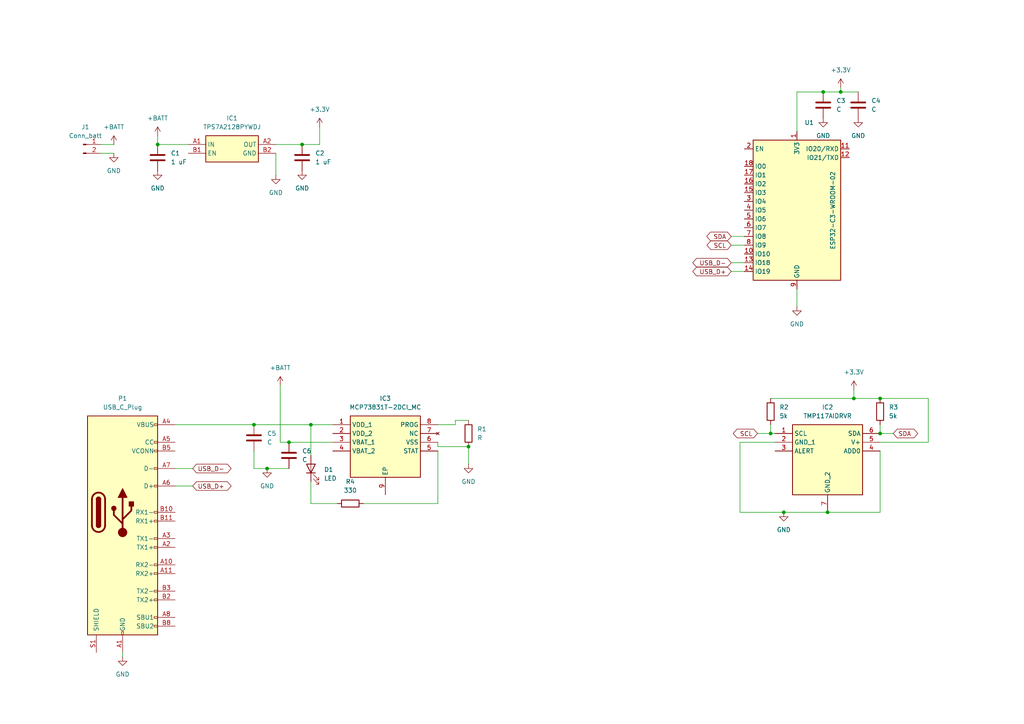
<source format=kicad_sch>
(kicad_sch
	(version 20231120)
	(generator "eeschema")
	(generator_version "8.0")
	(uuid "65e0a788-104f-4552-ab7c-8e64f26d50d9")
	(paper "A4")
	(lib_symbols
		(symbol "Connector:Conn_01x02_Pin"
			(pin_names
				(offset 1.016) hide)
			(exclude_from_sim no)
			(in_bom yes)
			(on_board yes)
			(property "Reference" "J"
				(at 0 2.54 0)
				(effects
					(font
						(size 1.27 1.27)
					)
				)
			)
			(property "Value" "Conn_01x02_Pin"
				(at 0 -5.08 0)
				(effects
					(font
						(size 1.27 1.27)
					)
				)
			)
			(property "Footprint" ""
				(at 0 0 0)
				(effects
					(font
						(size 1.27 1.27)
					)
					(hide yes)
				)
			)
			(property "Datasheet" "~"
				(at 0 0 0)
				(effects
					(font
						(size 1.27 1.27)
					)
					(hide yes)
				)
			)
			(property "Description" "Generic connector, single row, 01x02, script generated"
				(at 0 0 0)
				(effects
					(font
						(size 1.27 1.27)
					)
					(hide yes)
				)
			)
			(property "ki_locked" ""
				(at 0 0 0)
				(effects
					(font
						(size 1.27 1.27)
					)
				)
			)
			(property "ki_keywords" "connector"
				(at 0 0 0)
				(effects
					(font
						(size 1.27 1.27)
					)
					(hide yes)
				)
			)
			(property "ki_fp_filters" "Connector*:*_1x??_*"
				(at 0 0 0)
				(effects
					(font
						(size 1.27 1.27)
					)
					(hide yes)
				)
			)
			(symbol "Conn_01x02_Pin_1_1"
				(polyline
					(pts
						(xy 1.27 -2.54) (xy 0.8636 -2.54)
					)
					(stroke
						(width 0.1524)
						(type default)
					)
					(fill
						(type none)
					)
				)
				(polyline
					(pts
						(xy 1.27 0) (xy 0.8636 0)
					)
					(stroke
						(width 0.1524)
						(type default)
					)
					(fill
						(type none)
					)
				)
				(rectangle
					(start 0.8636 -2.413)
					(end 0 -2.667)
					(stroke
						(width 0.1524)
						(type default)
					)
					(fill
						(type outline)
					)
				)
				(rectangle
					(start 0.8636 0.127)
					(end 0 -0.127)
					(stroke
						(width 0.1524)
						(type default)
					)
					(fill
						(type outline)
					)
				)
				(pin passive line
					(at 5.08 0 180)
					(length 3.81)
					(name "Pin_1"
						(effects
							(font
								(size 1.27 1.27)
							)
						)
					)
					(number "1"
						(effects
							(font
								(size 1.27 1.27)
							)
						)
					)
				)
				(pin passive line
					(at 5.08 -2.54 180)
					(length 3.81)
					(name "Pin_2"
						(effects
							(font
								(size 1.27 1.27)
							)
						)
					)
					(number "2"
						(effects
							(font
								(size 1.27 1.27)
							)
						)
					)
				)
			)
		)
		(symbol "Connector:USB_C_Plug"
			(pin_names
				(offset 1.016)
			)
			(exclude_from_sim no)
			(in_bom yes)
			(on_board yes)
			(property "Reference" "P"
				(at -10.16 29.21 0)
				(effects
					(font
						(size 1.27 1.27)
					)
					(justify left)
				)
			)
			(property "Value" "USB_C_Plug"
				(at 10.16 29.21 0)
				(effects
					(font
						(size 1.27 1.27)
					)
					(justify right)
				)
			)
			(property "Footprint" ""
				(at 3.81 0 0)
				(effects
					(font
						(size 1.27 1.27)
					)
					(hide yes)
				)
			)
			(property "Datasheet" "https://www.usb.org/sites/default/files/documents/usb_type-c.zip"
				(at 3.81 0 0)
				(effects
					(font
						(size 1.27 1.27)
					)
					(hide yes)
				)
			)
			(property "Description" "USB Type-C Plug connector"
				(at 0 0 0)
				(effects
					(font
						(size 1.27 1.27)
					)
					(hide yes)
				)
			)
			(property "ki_keywords" "usb universal serial bus"
				(at 0 0 0)
				(effects
					(font
						(size 1.27 1.27)
					)
					(hide yes)
				)
			)
			(property "ki_fp_filters" "USB*C*Plug*"
				(at 0 0 0)
				(effects
					(font
						(size 1.27 1.27)
					)
					(hide yes)
				)
			)
			(symbol "USB_C_Plug_0_0"
				(rectangle
					(start -0.254 -35.56)
					(end 0.254 -34.544)
					(stroke
						(width 0)
						(type default)
					)
					(fill
						(type none)
					)
				)
				(rectangle
					(start 10.16 -32.766)
					(end 9.144 -33.274)
					(stroke
						(width 0)
						(type default)
					)
					(fill
						(type none)
					)
				)
				(rectangle
					(start 10.16 -30.226)
					(end 9.144 -30.734)
					(stroke
						(width 0)
						(type default)
					)
					(fill
						(type none)
					)
				)
				(rectangle
					(start 10.16 -25.146)
					(end 9.144 -25.654)
					(stroke
						(width 0)
						(type default)
					)
					(fill
						(type none)
					)
				)
				(rectangle
					(start 10.16 -22.606)
					(end 9.144 -23.114)
					(stroke
						(width 0)
						(type default)
					)
					(fill
						(type none)
					)
				)
				(rectangle
					(start 10.16 -17.526)
					(end 9.144 -18.034)
					(stroke
						(width 0)
						(type default)
					)
					(fill
						(type none)
					)
				)
				(rectangle
					(start 10.16 -14.986)
					(end 9.144 -15.494)
					(stroke
						(width 0)
						(type default)
					)
					(fill
						(type none)
					)
				)
				(rectangle
					(start 10.16 -9.906)
					(end 9.144 -10.414)
					(stroke
						(width 0)
						(type default)
					)
					(fill
						(type none)
					)
				)
				(rectangle
					(start 10.16 -7.366)
					(end 9.144 -7.874)
					(stroke
						(width 0)
						(type default)
					)
					(fill
						(type none)
					)
				)
				(rectangle
					(start 10.16 -2.286)
					(end 9.144 -2.794)
					(stroke
						(width 0)
						(type default)
					)
					(fill
						(type none)
					)
				)
				(rectangle
					(start 10.16 0.254)
					(end 9.144 -0.254)
					(stroke
						(width 0)
						(type default)
					)
					(fill
						(type none)
					)
				)
				(rectangle
					(start 10.16 7.874)
					(end 9.144 7.366)
					(stroke
						(width 0)
						(type default)
					)
					(fill
						(type none)
					)
				)
				(rectangle
					(start 10.16 12.954)
					(end 9.144 12.446)
					(stroke
						(width 0)
						(type default)
					)
					(fill
						(type none)
					)
				)
				(rectangle
					(start 10.16 18.034)
					(end 9.144 17.526)
					(stroke
						(width 0)
						(type default)
					)
					(fill
						(type none)
					)
				)
				(rectangle
					(start 10.16 20.574)
					(end 9.144 20.066)
					(stroke
						(width 0)
						(type default)
					)
					(fill
						(type none)
					)
				)
				(rectangle
					(start 10.16 25.654)
					(end 9.144 25.146)
					(stroke
						(width 0)
						(type default)
					)
					(fill
						(type none)
					)
				)
			)
			(symbol "USB_C_Plug_0_1"
				(rectangle
					(start -10.16 27.94)
					(end 10.16 -35.56)
					(stroke
						(width 0.254)
						(type default)
					)
					(fill
						(type background)
					)
				)
				(arc
					(start -8.89 -3.81)
					(mid -6.985 -5.7067)
					(end -5.08 -3.81)
					(stroke
						(width 0.508)
						(type default)
					)
					(fill
						(type none)
					)
				)
				(arc
					(start -7.62 -3.81)
					(mid -6.985 -4.4423)
					(end -6.35 -3.81)
					(stroke
						(width 0.254)
						(type default)
					)
					(fill
						(type none)
					)
				)
				(arc
					(start -7.62 -3.81)
					(mid -6.985 -4.4423)
					(end -6.35 -3.81)
					(stroke
						(width 0.254)
						(type default)
					)
					(fill
						(type outline)
					)
				)
				(rectangle
					(start -7.62 -3.81)
					(end -6.35 3.81)
					(stroke
						(width 0.254)
						(type default)
					)
					(fill
						(type outline)
					)
				)
				(arc
					(start -6.35 3.81)
					(mid -6.985 4.4423)
					(end -7.62 3.81)
					(stroke
						(width 0.254)
						(type default)
					)
					(fill
						(type none)
					)
				)
				(arc
					(start -6.35 3.81)
					(mid -6.985 4.4423)
					(end -7.62 3.81)
					(stroke
						(width 0.254)
						(type default)
					)
					(fill
						(type outline)
					)
				)
				(arc
					(start -5.08 3.81)
					(mid -6.985 5.7067)
					(end -8.89 3.81)
					(stroke
						(width 0.508)
						(type default)
					)
					(fill
						(type none)
					)
				)
				(polyline
					(pts
						(xy -8.89 -3.81) (xy -8.89 3.81)
					)
					(stroke
						(width 0.508)
						(type default)
					)
					(fill
						(type none)
					)
				)
				(polyline
					(pts
						(xy -5.08 3.81) (xy -5.08 -3.81)
					)
					(stroke
						(width 0.508)
						(type default)
					)
					(fill
						(type none)
					)
				)
			)
			(symbol "USB_C_Plug_1_1"
				(circle
					(center -2.54 1.143)
					(radius 0.635)
					(stroke
						(width 0.254)
						(type default)
					)
					(fill
						(type outline)
					)
				)
				(circle
					(center 0 -5.842)
					(radius 1.27)
					(stroke
						(width 0)
						(type default)
					)
					(fill
						(type outline)
					)
				)
				(polyline
					(pts
						(xy 0 -5.842) (xy 0 4.318)
					)
					(stroke
						(width 0.508)
						(type default)
					)
					(fill
						(type none)
					)
				)
				(polyline
					(pts
						(xy 0 -3.302) (xy -2.54 -0.762) (xy -2.54 0.508)
					)
					(stroke
						(width 0.508)
						(type default)
					)
					(fill
						(type none)
					)
				)
				(polyline
					(pts
						(xy 0 -2.032) (xy 2.54 0.508) (xy 2.54 1.778)
					)
					(stroke
						(width 0.508)
						(type default)
					)
					(fill
						(type none)
					)
				)
				(polyline
					(pts
						(xy -1.27 4.318) (xy 0 6.858) (xy 1.27 4.318) (xy -1.27 4.318)
					)
					(stroke
						(width 0.254)
						(type default)
					)
					(fill
						(type outline)
					)
				)
				(rectangle
					(start 1.905 1.778)
					(end 3.175 3.048)
					(stroke
						(width 0.254)
						(type default)
					)
					(fill
						(type outline)
					)
				)
				(pin passive line
					(at 0 -40.64 90)
					(length 5.08)
					(name "GND"
						(effects
							(font
								(size 1.27 1.27)
							)
						)
					)
					(number "A1"
						(effects
							(font
								(size 1.27 1.27)
							)
						)
					)
				)
				(pin bidirectional line
					(at 15.24 -15.24 180)
					(length 5.08)
					(name "RX2-"
						(effects
							(font
								(size 1.27 1.27)
							)
						)
					)
					(number "A10"
						(effects
							(font
								(size 1.27 1.27)
							)
						)
					)
				)
				(pin bidirectional line
					(at 15.24 -17.78 180)
					(length 5.08)
					(name "RX2+"
						(effects
							(font
								(size 1.27 1.27)
							)
						)
					)
					(number "A11"
						(effects
							(font
								(size 1.27 1.27)
							)
						)
					)
				)
				(pin passive line
					(at 0 -40.64 90)
					(length 5.08) hide
					(name "GND"
						(effects
							(font
								(size 1.27 1.27)
							)
						)
					)
					(number "A12"
						(effects
							(font
								(size 1.27 1.27)
							)
						)
					)
				)
				(pin bidirectional line
					(at 15.24 -10.16 180)
					(length 5.08)
					(name "TX1+"
						(effects
							(font
								(size 1.27 1.27)
							)
						)
					)
					(number "A2"
						(effects
							(font
								(size 1.27 1.27)
							)
						)
					)
				)
				(pin bidirectional line
					(at 15.24 -7.62 180)
					(length 5.08)
					(name "TX1-"
						(effects
							(font
								(size 1.27 1.27)
							)
						)
					)
					(number "A3"
						(effects
							(font
								(size 1.27 1.27)
							)
						)
					)
				)
				(pin passive line
					(at 15.24 25.4 180)
					(length 5.08)
					(name "VBUS"
						(effects
							(font
								(size 1.27 1.27)
							)
						)
					)
					(number "A4"
						(effects
							(font
								(size 1.27 1.27)
							)
						)
					)
				)
				(pin bidirectional line
					(at 15.24 20.32 180)
					(length 5.08)
					(name "CC"
						(effects
							(font
								(size 1.27 1.27)
							)
						)
					)
					(number "A5"
						(effects
							(font
								(size 1.27 1.27)
							)
						)
					)
				)
				(pin bidirectional line
					(at 15.24 7.62 180)
					(length 5.08)
					(name "D+"
						(effects
							(font
								(size 1.27 1.27)
							)
						)
					)
					(number "A6"
						(effects
							(font
								(size 1.27 1.27)
							)
						)
					)
				)
				(pin bidirectional line
					(at 15.24 12.7 180)
					(length 5.08)
					(name "D-"
						(effects
							(font
								(size 1.27 1.27)
							)
						)
					)
					(number "A7"
						(effects
							(font
								(size 1.27 1.27)
							)
						)
					)
				)
				(pin bidirectional line
					(at 15.24 -30.48 180)
					(length 5.08)
					(name "SBU1"
						(effects
							(font
								(size 1.27 1.27)
							)
						)
					)
					(number "A8"
						(effects
							(font
								(size 1.27 1.27)
							)
						)
					)
				)
				(pin passive line
					(at 15.24 25.4 180)
					(length 5.08) hide
					(name "VBUS"
						(effects
							(font
								(size 1.27 1.27)
							)
						)
					)
					(number "A9"
						(effects
							(font
								(size 1.27 1.27)
							)
						)
					)
				)
				(pin passive line
					(at 0 -40.64 90)
					(length 5.08) hide
					(name "GND"
						(effects
							(font
								(size 1.27 1.27)
							)
						)
					)
					(number "B1"
						(effects
							(font
								(size 1.27 1.27)
							)
						)
					)
				)
				(pin bidirectional line
					(at 15.24 0 180)
					(length 5.08)
					(name "RX1-"
						(effects
							(font
								(size 1.27 1.27)
							)
						)
					)
					(number "B10"
						(effects
							(font
								(size 1.27 1.27)
							)
						)
					)
				)
				(pin bidirectional line
					(at 15.24 -2.54 180)
					(length 5.08)
					(name "RX1+"
						(effects
							(font
								(size 1.27 1.27)
							)
						)
					)
					(number "B11"
						(effects
							(font
								(size 1.27 1.27)
							)
						)
					)
				)
				(pin passive line
					(at 0 -40.64 90)
					(length 5.08) hide
					(name "GND"
						(effects
							(font
								(size 1.27 1.27)
							)
						)
					)
					(number "B12"
						(effects
							(font
								(size 1.27 1.27)
							)
						)
					)
				)
				(pin bidirectional line
					(at 15.24 -25.4 180)
					(length 5.08)
					(name "TX2+"
						(effects
							(font
								(size 1.27 1.27)
							)
						)
					)
					(number "B2"
						(effects
							(font
								(size 1.27 1.27)
							)
						)
					)
				)
				(pin bidirectional line
					(at 15.24 -22.86 180)
					(length 5.08)
					(name "TX2-"
						(effects
							(font
								(size 1.27 1.27)
							)
						)
					)
					(number "B3"
						(effects
							(font
								(size 1.27 1.27)
							)
						)
					)
				)
				(pin passive line
					(at 15.24 25.4 180)
					(length 5.08) hide
					(name "VBUS"
						(effects
							(font
								(size 1.27 1.27)
							)
						)
					)
					(number "B4"
						(effects
							(font
								(size 1.27 1.27)
							)
						)
					)
				)
				(pin bidirectional line
					(at 15.24 17.78 180)
					(length 5.08)
					(name "VCONN"
						(effects
							(font
								(size 1.27 1.27)
							)
						)
					)
					(number "B5"
						(effects
							(font
								(size 1.27 1.27)
							)
						)
					)
				)
				(pin bidirectional line
					(at 15.24 -33.02 180)
					(length 5.08)
					(name "SBU2"
						(effects
							(font
								(size 1.27 1.27)
							)
						)
					)
					(number "B8"
						(effects
							(font
								(size 1.27 1.27)
							)
						)
					)
				)
				(pin passive line
					(at 15.24 25.4 180)
					(length 5.08) hide
					(name "VBUS"
						(effects
							(font
								(size 1.27 1.27)
							)
						)
					)
					(number "B9"
						(effects
							(font
								(size 1.27 1.27)
							)
						)
					)
				)
				(pin passive line
					(at -7.62 -40.64 90)
					(length 5.08)
					(name "SHIELD"
						(effects
							(font
								(size 1.27 1.27)
							)
						)
					)
					(number "S1"
						(effects
							(font
								(size 1.27 1.27)
							)
						)
					)
				)
			)
		)
		(symbol "Device:C"
			(pin_numbers hide)
			(pin_names
				(offset 0.254)
			)
			(exclude_from_sim no)
			(in_bom yes)
			(on_board yes)
			(property "Reference" "C"
				(at 0.635 2.54 0)
				(effects
					(font
						(size 1.27 1.27)
					)
					(justify left)
				)
			)
			(property "Value" "C"
				(at 0.635 -2.54 0)
				(effects
					(font
						(size 1.27 1.27)
					)
					(justify left)
				)
			)
			(property "Footprint" ""
				(at 0.9652 -3.81 0)
				(effects
					(font
						(size 1.27 1.27)
					)
					(hide yes)
				)
			)
			(property "Datasheet" "~"
				(at 0 0 0)
				(effects
					(font
						(size 1.27 1.27)
					)
					(hide yes)
				)
			)
			(property "Description" "Unpolarized capacitor"
				(at 0 0 0)
				(effects
					(font
						(size 1.27 1.27)
					)
					(hide yes)
				)
			)
			(property "ki_keywords" "cap capacitor"
				(at 0 0 0)
				(effects
					(font
						(size 1.27 1.27)
					)
					(hide yes)
				)
			)
			(property "ki_fp_filters" "C_*"
				(at 0 0 0)
				(effects
					(font
						(size 1.27 1.27)
					)
					(hide yes)
				)
			)
			(symbol "C_0_1"
				(polyline
					(pts
						(xy -2.032 -0.762) (xy 2.032 -0.762)
					)
					(stroke
						(width 0.508)
						(type default)
					)
					(fill
						(type none)
					)
				)
				(polyline
					(pts
						(xy -2.032 0.762) (xy 2.032 0.762)
					)
					(stroke
						(width 0.508)
						(type default)
					)
					(fill
						(type none)
					)
				)
			)
			(symbol "C_1_1"
				(pin passive line
					(at 0 3.81 270)
					(length 2.794)
					(name "~"
						(effects
							(font
								(size 1.27 1.27)
							)
						)
					)
					(number "1"
						(effects
							(font
								(size 1.27 1.27)
							)
						)
					)
				)
				(pin passive line
					(at 0 -3.81 90)
					(length 2.794)
					(name "~"
						(effects
							(font
								(size 1.27 1.27)
							)
						)
					)
					(number "2"
						(effects
							(font
								(size 1.27 1.27)
							)
						)
					)
				)
			)
		)
		(symbol "Device:LED"
			(pin_numbers hide)
			(pin_names
				(offset 1.016) hide)
			(exclude_from_sim no)
			(in_bom yes)
			(on_board yes)
			(property "Reference" "D"
				(at 0 2.54 0)
				(effects
					(font
						(size 1.27 1.27)
					)
				)
			)
			(property "Value" "LED"
				(at 0 -2.54 0)
				(effects
					(font
						(size 1.27 1.27)
					)
				)
			)
			(property "Footprint" ""
				(at 0 0 0)
				(effects
					(font
						(size 1.27 1.27)
					)
					(hide yes)
				)
			)
			(property "Datasheet" "~"
				(at 0 0 0)
				(effects
					(font
						(size 1.27 1.27)
					)
					(hide yes)
				)
			)
			(property "Description" "Light emitting diode"
				(at 0 0 0)
				(effects
					(font
						(size 1.27 1.27)
					)
					(hide yes)
				)
			)
			(property "ki_keywords" "LED diode"
				(at 0 0 0)
				(effects
					(font
						(size 1.27 1.27)
					)
					(hide yes)
				)
			)
			(property "ki_fp_filters" "LED* LED_SMD:* LED_THT:*"
				(at 0 0 0)
				(effects
					(font
						(size 1.27 1.27)
					)
					(hide yes)
				)
			)
			(symbol "LED_0_1"
				(polyline
					(pts
						(xy -1.27 -1.27) (xy -1.27 1.27)
					)
					(stroke
						(width 0.254)
						(type default)
					)
					(fill
						(type none)
					)
				)
				(polyline
					(pts
						(xy -1.27 0) (xy 1.27 0)
					)
					(stroke
						(width 0)
						(type default)
					)
					(fill
						(type none)
					)
				)
				(polyline
					(pts
						(xy 1.27 -1.27) (xy 1.27 1.27) (xy -1.27 0) (xy 1.27 -1.27)
					)
					(stroke
						(width 0.254)
						(type default)
					)
					(fill
						(type none)
					)
				)
				(polyline
					(pts
						(xy -3.048 -0.762) (xy -4.572 -2.286) (xy -3.81 -2.286) (xy -4.572 -2.286) (xy -4.572 -1.524)
					)
					(stroke
						(width 0)
						(type default)
					)
					(fill
						(type none)
					)
				)
				(polyline
					(pts
						(xy -1.778 -0.762) (xy -3.302 -2.286) (xy -2.54 -2.286) (xy -3.302 -2.286) (xy -3.302 -1.524)
					)
					(stroke
						(width 0)
						(type default)
					)
					(fill
						(type none)
					)
				)
			)
			(symbol "LED_1_1"
				(pin passive line
					(at -3.81 0 0)
					(length 2.54)
					(name "K"
						(effects
							(font
								(size 1.27 1.27)
							)
						)
					)
					(number "1"
						(effects
							(font
								(size 1.27 1.27)
							)
						)
					)
				)
				(pin passive line
					(at 3.81 0 180)
					(length 2.54)
					(name "A"
						(effects
							(font
								(size 1.27 1.27)
							)
						)
					)
					(number "2"
						(effects
							(font
								(size 1.27 1.27)
							)
						)
					)
				)
			)
		)
		(symbol "Device:R"
			(pin_numbers hide)
			(pin_names
				(offset 0)
			)
			(exclude_from_sim no)
			(in_bom yes)
			(on_board yes)
			(property "Reference" "R"
				(at 2.032 0 90)
				(effects
					(font
						(size 1.27 1.27)
					)
				)
			)
			(property "Value" "R"
				(at 0 0 90)
				(effects
					(font
						(size 1.27 1.27)
					)
				)
			)
			(property "Footprint" ""
				(at -1.778 0 90)
				(effects
					(font
						(size 1.27 1.27)
					)
					(hide yes)
				)
			)
			(property "Datasheet" "~"
				(at 0 0 0)
				(effects
					(font
						(size 1.27 1.27)
					)
					(hide yes)
				)
			)
			(property "Description" "Resistor"
				(at 0 0 0)
				(effects
					(font
						(size 1.27 1.27)
					)
					(hide yes)
				)
			)
			(property "ki_keywords" "R res resistor"
				(at 0 0 0)
				(effects
					(font
						(size 1.27 1.27)
					)
					(hide yes)
				)
			)
			(property "ki_fp_filters" "R_*"
				(at 0 0 0)
				(effects
					(font
						(size 1.27 1.27)
					)
					(hide yes)
				)
			)
			(symbol "R_0_1"
				(rectangle
					(start -1.016 -2.54)
					(end 1.016 2.54)
					(stroke
						(width 0.254)
						(type default)
					)
					(fill
						(type none)
					)
				)
			)
			(symbol "R_1_1"
				(pin passive line
					(at 0 3.81 270)
					(length 1.27)
					(name "~"
						(effects
							(font
								(size 1.27 1.27)
							)
						)
					)
					(number "1"
						(effects
							(font
								(size 1.27 1.27)
							)
						)
					)
				)
				(pin passive line
					(at 0 -3.81 90)
					(length 1.27)
					(name "~"
						(effects
							(font
								(size 1.27 1.27)
							)
						)
					)
					(number "2"
						(effects
							(font
								(size 1.27 1.27)
							)
						)
					)
				)
			)
		)
		(symbol "Library_IoT_MP:MCP73831T-2DCI_MC"
			(exclude_from_sim no)
			(in_bom yes)
			(on_board yes)
			(property "Reference" "IC"
				(at 26.67 7.62 0)
				(effects
					(font
						(size 1.27 1.27)
					)
					(justify left top)
				)
			)
			(property "Value" "MCP73831T-2DCI_MC"
				(at 26.67 5.08 0)
				(effects
					(font
						(size 1.27 1.27)
					)
					(justify left top)
				)
			)
			(property "Footprint" "SON50P300X200X100-9N-D"
				(at 26.67 -94.92 0)
				(effects
					(font
						(size 1.27 1.27)
					)
					(justify left top)
					(hide yes)
				)
			)
			(property "Datasheet" "https://ww1.microchip.com/downloads/en/DeviceDoc/MCP73831-Family-Data-Sheet-DS20001984H.pdf"
				(at 26.67 -194.92 0)
				(effects
					(font
						(size 1.27 1.27)
					)
					(justify left top)
					(hide yes)
				)
			)
			(property "Description" "Battery Management Charge mgnt contr"
				(at 0 0 0)
				(effects
					(font
						(size 1.27 1.27)
					)
					(hide yes)
				)
			)
			(property "Height" "1"
				(at 26.67 -394.92 0)
				(effects
					(font
						(size 1.27 1.27)
					)
					(justify left top)
					(hide yes)
				)
			)
			(property "Manufacturer_Name" "Microchip"
				(at 26.67 -494.92 0)
				(effects
					(font
						(size 1.27 1.27)
					)
					(justify left top)
					(hide yes)
				)
			)
			(property "Manufacturer_Part_Number" "MCP73831T-2DCI/MC"
				(at 26.67 -594.92 0)
				(effects
					(font
						(size 1.27 1.27)
					)
					(justify left top)
					(hide yes)
				)
			)
			(property "Mouser Part Number" "579-MCP73831T-2DCIMC"
				(at 26.67 -694.92 0)
				(effects
					(font
						(size 1.27 1.27)
					)
					(justify left top)
					(hide yes)
				)
			)
			(property "Mouser Price/Stock" "https://www.mouser.co.uk/ProductDetail/Microchip-Technology/MCP73831T-2DCI-MC?qs=yUQqVecv4quLSAZc9rHezQ%3D%3D"
				(at 26.67 -794.92 0)
				(effects
					(font
						(size 1.27 1.27)
					)
					(justify left top)
					(hide yes)
				)
			)
			(property "Arrow Part Number" "MCP73831T-2DCI/MC"
				(at 26.67 -894.92 0)
				(effects
					(font
						(size 1.27 1.27)
					)
					(justify left top)
					(hide yes)
				)
			)
			(property "Arrow Price/Stock" "https://www.arrow.com/en/products/mcp73831t-2dcimc/microchip-technology?region=nac"
				(at 26.67 -994.92 0)
				(effects
					(font
						(size 1.27 1.27)
					)
					(justify left top)
					(hide yes)
				)
			)
			(symbol "MCP73831T-2DCI_MC_1_1"
				(rectangle
					(start 5.08 2.54)
					(end 25.4 -15.24)
					(stroke
						(width 0.254)
						(type default)
					)
					(fill
						(type background)
					)
				)
				(pin passive line
					(at 0 0 0)
					(length 5.08)
					(name "VDD_1"
						(effects
							(font
								(size 1.27 1.27)
							)
						)
					)
					(number "1"
						(effects
							(font
								(size 1.27 1.27)
							)
						)
					)
				)
				(pin passive line
					(at 0 -2.54 0)
					(length 5.08)
					(name "VDD_2"
						(effects
							(font
								(size 1.27 1.27)
							)
						)
					)
					(number "2"
						(effects
							(font
								(size 1.27 1.27)
							)
						)
					)
				)
				(pin passive line
					(at 0 -5.08 0)
					(length 5.08)
					(name "VBAT_1"
						(effects
							(font
								(size 1.27 1.27)
							)
						)
					)
					(number "3"
						(effects
							(font
								(size 1.27 1.27)
							)
						)
					)
				)
				(pin passive line
					(at 0 -7.62 0)
					(length 5.08)
					(name "VBAT_2"
						(effects
							(font
								(size 1.27 1.27)
							)
						)
					)
					(number "4"
						(effects
							(font
								(size 1.27 1.27)
							)
						)
					)
				)
				(pin passive line
					(at 30.48 -7.62 180)
					(length 5.08)
					(name "STAT"
						(effects
							(font
								(size 1.27 1.27)
							)
						)
					)
					(number "5"
						(effects
							(font
								(size 1.27 1.27)
							)
						)
					)
				)
				(pin passive line
					(at 30.48 -5.08 180)
					(length 5.08)
					(name "VSS"
						(effects
							(font
								(size 1.27 1.27)
							)
						)
					)
					(number "6"
						(effects
							(font
								(size 1.27 1.27)
							)
						)
					)
				)
				(pin no_connect line
					(at 30.48 -2.54 180)
					(length 5.08)
					(name "NC"
						(effects
							(font
								(size 1.27 1.27)
							)
						)
					)
					(number "7"
						(effects
							(font
								(size 1.27 1.27)
							)
						)
					)
				)
				(pin passive line
					(at 30.48 0 180)
					(length 5.08)
					(name "PROG"
						(effects
							(font
								(size 1.27 1.27)
							)
						)
					)
					(number "8"
						(effects
							(font
								(size 1.27 1.27)
							)
						)
					)
				)
				(pin passive line
					(at 15.24 -20.32 90)
					(length 5.08)
					(name "EP"
						(effects
							(font
								(size 1.27 1.27)
							)
						)
					)
					(number "9"
						(effects
							(font
								(size 1.27 1.27)
							)
						)
					)
				)
			)
		)
		(symbol "Library_IoT_MP:TMP117AIDRVR"
			(exclude_from_sim no)
			(in_bom yes)
			(on_board yes)
			(property "Reference" "IC"
				(at 26.67 7.62 0)
				(effects
					(font
						(size 1.27 1.27)
					)
					(justify left top)
				)
			)
			(property "Value" "TMP117AIDRVR"
				(at 26.67 5.08 0)
				(effects
					(font
						(size 1.27 1.27)
					)
					(justify left top)
				)
			)
			(property "Footprint" "SON65P200X200X80-7N"
				(at 26.67 -94.92 0)
				(effects
					(font
						(size 1.27 1.27)
					)
					(justify left top)
					(hide yes)
				)
			)
			(property "Datasheet" "http://www.ti.com/lit/gpn/tmp117"
				(at 26.67 -194.92 0)
				(effects
					(font
						(size 1.27 1.27)
					)
					(justify left top)
					(hide yes)
				)
			)
			(property "Description" "+/-0.1C Accurate Digital Temperature Sensor with Integrated NV Memory"
				(at 0 0 0)
				(effects
					(font
						(size 1.27 1.27)
					)
					(hide yes)
				)
			)
			(property "Height" "0.8"
				(at 26.67 -394.92 0)
				(effects
					(font
						(size 1.27 1.27)
					)
					(justify left top)
					(hide yes)
				)
			)
			(property "Manufacturer_Name" "Texas Instruments"
				(at 26.67 -494.92 0)
				(effects
					(font
						(size 1.27 1.27)
					)
					(justify left top)
					(hide yes)
				)
			)
			(property "Manufacturer_Part_Number" "TMP117AIDRVR"
				(at 26.67 -594.92 0)
				(effects
					(font
						(size 1.27 1.27)
					)
					(justify left top)
					(hide yes)
				)
			)
			(property "Mouser Part Number" "595-TMP117AIDRVR"
				(at 26.67 -694.92 0)
				(effects
					(font
						(size 1.27 1.27)
					)
					(justify left top)
					(hide yes)
				)
			)
			(property "Mouser Price/Stock" "https://www.mouser.co.uk/ProductDetail/Texas-Instruments/TMP117AIDRVR?qs=qSfuJ%252Bfl%2Fd6nh9h5HydMXQ%3D%3D"
				(at 26.67 -794.92 0)
				(effects
					(font
						(size 1.27 1.27)
					)
					(justify left top)
					(hide yes)
				)
			)
			(property "Arrow Part Number" "TMP117AIDRVR"
				(at 26.67 -894.92 0)
				(effects
					(font
						(size 1.27 1.27)
					)
					(justify left top)
					(hide yes)
				)
			)
			(property "Arrow Price/Stock" "https://www.arrow.com/en/products/tmp117aidrvr/texas-instruments?region=nac"
				(at 26.67 -994.92 0)
				(effects
					(font
						(size 1.27 1.27)
					)
					(justify left top)
					(hide yes)
				)
			)
			(symbol "TMP117AIDRVR_1_1"
				(rectangle
					(start 5.08 2.54)
					(end 25.4 -17.78)
					(stroke
						(width 0.254)
						(type default)
					)
					(fill
						(type background)
					)
				)
				(pin passive line
					(at 0 0 0)
					(length 5.08)
					(name "SCL"
						(effects
							(font
								(size 1.27 1.27)
							)
						)
					)
					(number "1"
						(effects
							(font
								(size 1.27 1.27)
							)
						)
					)
				)
				(pin passive line
					(at 0 -2.54 0)
					(length 5.08)
					(name "GND_1"
						(effects
							(font
								(size 1.27 1.27)
							)
						)
					)
					(number "2"
						(effects
							(font
								(size 1.27 1.27)
							)
						)
					)
				)
				(pin passive line
					(at 0 -5.08 0)
					(length 5.08)
					(name "ALERT"
						(effects
							(font
								(size 1.27 1.27)
							)
						)
					)
					(number "3"
						(effects
							(font
								(size 1.27 1.27)
							)
						)
					)
				)
				(pin passive line
					(at 30.48 -5.08 180)
					(length 5.08)
					(name "ADD0"
						(effects
							(font
								(size 1.27 1.27)
							)
						)
					)
					(number "4"
						(effects
							(font
								(size 1.27 1.27)
							)
						)
					)
				)
				(pin passive line
					(at 30.48 -2.54 180)
					(length 5.08)
					(name "V+"
						(effects
							(font
								(size 1.27 1.27)
							)
						)
					)
					(number "5"
						(effects
							(font
								(size 1.27 1.27)
							)
						)
					)
				)
				(pin passive line
					(at 30.48 0 180)
					(length 5.08)
					(name "SDA"
						(effects
							(font
								(size 1.27 1.27)
							)
						)
					)
					(number "6"
						(effects
							(font
								(size 1.27 1.27)
							)
						)
					)
				)
				(pin passive line
					(at 15.24 -22.86 90)
					(length 5.08)
					(name "GND_2"
						(effects
							(font
								(size 1.27 1.27)
							)
						)
					)
					(number "7"
						(effects
							(font
								(size 1.27 1.27)
							)
						)
					)
				)
			)
		)
		(symbol "Library_IoT_MP:TPS7A2128PYWDJ"
			(exclude_from_sim no)
			(in_bom yes)
			(on_board yes)
			(property "Reference" "IC"
				(at 21.59 7.62 0)
				(effects
					(font
						(size 1.27 1.27)
					)
					(justify left top)
				)
			)
			(property "Value" "TPS7A2128PYWDJ"
				(at 21.59 5.08 0)
				(effects
					(font
						(size 1.27 1.27)
					)
					(justify left top)
				)
			)
			(property "Footprint" "TPS7A2128PYWDJ"
				(at 21.59 -94.92 0)
				(effects
					(font
						(size 1.27 1.27)
					)
					(justify left top)
					(hide yes)
				)
			)
			(property "Datasheet" "https://www.ti.com/lit/ds/symlink/tps7a21.pdf?ts=1647212175126"
				(at 21.59 -194.92 0)
				(effects
					(font
						(size 1.27 1.27)
					)
					(justify left top)
					(hide yes)
				)
			)
			(property "Description" "TPS7A21 500-mA, Low-Noise, Low-IQ, High-PSRR LDO"
				(at 0 0 0)
				(effects
					(font
						(size 1.27 1.27)
					)
					(hide yes)
				)
			)
			(property "Height" "0.3"
				(at 21.59 -394.92 0)
				(effects
					(font
						(size 1.27 1.27)
					)
					(justify left top)
					(hide yes)
				)
			)
			(property "Manufacturer_Name" "Texas Instruments"
				(at 21.59 -494.92 0)
				(effects
					(font
						(size 1.27 1.27)
					)
					(justify left top)
					(hide yes)
				)
			)
			(property "Manufacturer_Part_Number" "TPS7A2128PYWDJ"
				(at 21.59 -594.92 0)
				(effects
					(font
						(size 1.27 1.27)
					)
					(justify left top)
					(hide yes)
				)
			)
			(property "Mouser Part Number" "595-TPS7A2128PYWDJ"
				(at 21.59 -694.92 0)
				(effects
					(font
						(size 1.27 1.27)
					)
					(justify left top)
					(hide yes)
				)
			)
			(property "Mouser Price/Stock" "https://www.mouser.co.uk/ProductDetail/Texas-Instruments/TPS7A2128PYWDJ?qs=MyNHzdoqoQJEpj%252BgRSc%252BRw%3D%3D"
				(at 21.59 -794.92 0)
				(effects
					(font
						(size 1.27 1.27)
					)
					(justify left top)
					(hide yes)
				)
			)
			(property "Arrow Part Number" ""
				(at 21.59 -894.92 0)
				(effects
					(font
						(size 1.27 1.27)
					)
					(justify left top)
					(hide yes)
				)
			)
			(property "Arrow Price/Stock" ""
				(at 21.59 -994.92 0)
				(effects
					(font
						(size 1.27 1.27)
					)
					(justify left top)
					(hide yes)
				)
			)
			(symbol "TPS7A2128PYWDJ_1_1"
				(rectangle
					(start 5.08 2.54)
					(end 20.32 -5.08)
					(stroke
						(width 0.254)
						(type default)
					)
					(fill
						(type background)
					)
				)
				(pin passive line
					(at 0 0 0)
					(length 5.08)
					(name "IN"
						(effects
							(font
								(size 1.27 1.27)
							)
						)
					)
					(number "A1"
						(effects
							(font
								(size 1.27 1.27)
							)
						)
					)
				)
				(pin passive line
					(at 25.4 0 180)
					(length 5.08)
					(name "OUT"
						(effects
							(font
								(size 1.27 1.27)
							)
						)
					)
					(number "A2"
						(effects
							(font
								(size 1.27 1.27)
							)
						)
					)
				)
				(pin passive line
					(at 0 -2.54 0)
					(length 5.08)
					(name "EN"
						(effects
							(font
								(size 1.27 1.27)
							)
						)
					)
					(number "B1"
						(effects
							(font
								(size 1.27 1.27)
							)
						)
					)
				)
				(pin passive line
					(at 25.4 -2.54 180)
					(length 5.08)
					(name "GND"
						(effects
							(font
								(size 1.27 1.27)
							)
						)
					)
					(number "B2"
						(effects
							(font
								(size 1.27 1.27)
							)
						)
					)
				)
			)
		)
		(symbol "RF_Module:ESP32-C3-WROOM-02"
			(exclude_from_sim no)
			(in_bom yes)
			(on_board yes)
			(property "Reference" "U"
				(at -12.192 21.336 0)
				(effects
					(font
						(size 1.27 1.27)
					)
				)
			)
			(property "Value" "ESP32-C3-WROOM-02"
				(at 12.192 21.336 0)
				(effects
					(font
						(size 1.27 1.27)
					)
				)
			)
			(property "Footprint" "RF_Module:ESP32-C3-WROOM-02"
				(at 0 0.635 0)
				(effects
					(font
						(size 1.27 1.27)
					)
					(hide yes)
				)
			)
			(property "Datasheet" "https://www.espressif.com/sites/default/files/documentation/esp32-c3-wroom-02_datasheet_en.pdf"
				(at 0 0.635 0)
				(effects
					(font
						(size 1.27 1.27)
					)
					(hide yes)
				)
			)
			(property "Description" "802.11 b/g/n Wi­Fi and Bluetooth 5 module, ESP32­C3 SoC, RISC­V microprocessor, On-board antenna"
				(at 0 0.635 0)
				(effects
					(font
						(size 1.27 1.27)
					)
					(hide yes)
				)
			)
			(property "ki_keywords" "esp32 espressif WiFi Bluetooth LE"
				(at 0 0 0)
				(effects
					(font
						(size 1.27 1.27)
					)
					(hide yes)
				)
			)
			(property "ki_fp_filters" "ESP32?C3*WROOM?02*"
				(at 0 0 0)
				(effects
					(font
						(size 1.27 1.27)
					)
					(hide yes)
				)
			)
			(symbol "ESP32-C3-WROOM-02_1_1"
				(rectangle
					(start -12.7 20.32)
					(end 12.7 -20.32)
					(stroke
						(width 0.254)
						(type default)
					)
					(fill
						(type background)
					)
				)
				(pin power_in line
					(at 0 22.86 270)
					(length 2.54)
					(name "3V3"
						(effects
							(font
								(size 1.27 1.27)
							)
						)
					)
					(number "1"
						(effects
							(font
								(size 1.27 1.27)
							)
						)
					)
				)
				(pin bidirectional line
					(at -15.24 -12.7 0)
					(length 2.54)
					(name "IO10"
						(effects
							(font
								(size 1.27 1.27)
							)
						)
					)
					(number "10"
						(effects
							(font
								(size 1.27 1.27)
							)
						)
					)
				)
				(pin bidirectional line
					(at 15.24 17.78 180)
					(length 2.54)
					(name "IO20/RXD"
						(effects
							(font
								(size 1.27 1.27)
							)
						)
					)
					(number "11"
						(effects
							(font
								(size 1.27 1.27)
							)
						)
					)
				)
				(pin bidirectional line
					(at 15.24 15.24 180)
					(length 2.54)
					(name "IO21/TXD"
						(effects
							(font
								(size 1.27 1.27)
							)
						)
					)
					(number "12"
						(effects
							(font
								(size 1.27 1.27)
							)
						)
					)
				)
				(pin bidirectional line
					(at -15.24 -15.24 0)
					(length 2.54)
					(name "IO18"
						(effects
							(font
								(size 1.27 1.27)
							)
						)
					)
					(number "13"
						(effects
							(font
								(size 1.27 1.27)
							)
						)
					)
				)
				(pin bidirectional line
					(at -15.24 -17.78 0)
					(length 2.54)
					(name "IO19"
						(effects
							(font
								(size 1.27 1.27)
							)
						)
					)
					(number "14"
						(effects
							(font
								(size 1.27 1.27)
							)
						)
					)
				)
				(pin bidirectional line
					(at -15.24 5.08 0)
					(length 2.54)
					(name "IO3"
						(effects
							(font
								(size 1.27 1.27)
							)
						)
					)
					(number "15"
						(effects
							(font
								(size 1.27 1.27)
							)
						)
					)
				)
				(pin bidirectional line
					(at -15.24 7.62 0)
					(length 2.54)
					(name "IO2"
						(effects
							(font
								(size 1.27 1.27)
							)
						)
					)
					(number "16"
						(effects
							(font
								(size 1.27 1.27)
							)
						)
					)
				)
				(pin bidirectional line
					(at -15.24 10.16 0)
					(length 2.54)
					(name "IO1"
						(effects
							(font
								(size 1.27 1.27)
							)
						)
					)
					(number "17"
						(effects
							(font
								(size 1.27 1.27)
							)
						)
					)
				)
				(pin bidirectional line
					(at -15.24 12.7 0)
					(length 2.54)
					(name "IO0"
						(effects
							(font
								(size 1.27 1.27)
							)
						)
					)
					(number "18"
						(effects
							(font
								(size 1.27 1.27)
							)
						)
					)
				)
				(pin passive line
					(at 0 -22.86 90)
					(length 2.54) hide
					(name "GND"
						(effects
							(font
								(size 1.27 1.27)
							)
						)
					)
					(number "19"
						(effects
							(font
								(size 1.27 1.27)
							)
						)
					)
				)
				(pin input line
					(at -15.24 17.78 0)
					(length 2.54)
					(name "EN"
						(effects
							(font
								(size 1.27 1.27)
							)
						)
					)
					(number "2"
						(effects
							(font
								(size 1.27 1.27)
							)
						)
					)
				)
				(pin bidirectional line
					(at -15.24 2.54 0)
					(length 2.54)
					(name "IO4"
						(effects
							(font
								(size 1.27 1.27)
							)
						)
					)
					(number "3"
						(effects
							(font
								(size 1.27 1.27)
							)
						)
					)
				)
				(pin bidirectional line
					(at -15.24 0 0)
					(length 2.54)
					(name "IO5"
						(effects
							(font
								(size 1.27 1.27)
							)
						)
					)
					(number "4"
						(effects
							(font
								(size 1.27 1.27)
							)
						)
					)
				)
				(pin bidirectional line
					(at -15.24 -2.54 0)
					(length 2.54)
					(name "IO6"
						(effects
							(font
								(size 1.27 1.27)
							)
						)
					)
					(number "5"
						(effects
							(font
								(size 1.27 1.27)
							)
						)
					)
				)
				(pin bidirectional line
					(at -15.24 -5.08 0)
					(length 2.54)
					(name "IO7"
						(effects
							(font
								(size 1.27 1.27)
							)
						)
					)
					(number "6"
						(effects
							(font
								(size 1.27 1.27)
							)
						)
					)
				)
				(pin bidirectional line
					(at -15.24 -7.62 0)
					(length 2.54)
					(name "IO8"
						(effects
							(font
								(size 1.27 1.27)
							)
						)
					)
					(number "7"
						(effects
							(font
								(size 1.27 1.27)
							)
						)
					)
				)
				(pin bidirectional line
					(at -15.24 -10.16 0)
					(length 2.54)
					(name "IO9"
						(effects
							(font
								(size 1.27 1.27)
							)
						)
					)
					(number "8"
						(effects
							(font
								(size 1.27 1.27)
							)
						)
					)
				)
				(pin power_in line
					(at 0 -22.86 90)
					(length 2.54)
					(name "GND"
						(effects
							(font
								(size 1.27 1.27)
							)
						)
					)
					(number "9"
						(effects
							(font
								(size 1.27 1.27)
							)
						)
					)
				)
			)
		)
		(symbol "power:+3.3V"
			(power)
			(pin_numbers hide)
			(pin_names
				(offset 0) hide)
			(exclude_from_sim no)
			(in_bom yes)
			(on_board yes)
			(property "Reference" "#PWR"
				(at 0 -3.81 0)
				(effects
					(font
						(size 1.27 1.27)
					)
					(hide yes)
				)
			)
			(property "Value" "+3.3V"
				(at 0 3.556 0)
				(effects
					(font
						(size 1.27 1.27)
					)
				)
			)
			(property "Footprint" ""
				(at 0 0 0)
				(effects
					(font
						(size 1.27 1.27)
					)
					(hide yes)
				)
			)
			(property "Datasheet" ""
				(at 0 0 0)
				(effects
					(font
						(size 1.27 1.27)
					)
					(hide yes)
				)
			)
			(property "Description" "Power symbol creates a global label with name \"+3.3V\""
				(at 0 0 0)
				(effects
					(font
						(size 1.27 1.27)
					)
					(hide yes)
				)
			)
			(property "ki_keywords" "global power"
				(at 0 0 0)
				(effects
					(font
						(size 1.27 1.27)
					)
					(hide yes)
				)
			)
			(symbol "+3.3V_0_1"
				(polyline
					(pts
						(xy -0.762 1.27) (xy 0 2.54)
					)
					(stroke
						(width 0)
						(type default)
					)
					(fill
						(type none)
					)
				)
				(polyline
					(pts
						(xy 0 0) (xy 0 2.54)
					)
					(stroke
						(width 0)
						(type default)
					)
					(fill
						(type none)
					)
				)
				(polyline
					(pts
						(xy 0 2.54) (xy 0.762 1.27)
					)
					(stroke
						(width 0)
						(type default)
					)
					(fill
						(type none)
					)
				)
			)
			(symbol "+3.3V_1_1"
				(pin power_in line
					(at 0 0 90)
					(length 0)
					(name "~"
						(effects
							(font
								(size 1.27 1.27)
							)
						)
					)
					(number "1"
						(effects
							(font
								(size 1.27 1.27)
							)
						)
					)
				)
			)
		)
		(symbol "power:+BATT"
			(power)
			(pin_numbers hide)
			(pin_names
				(offset 0) hide)
			(exclude_from_sim no)
			(in_bom yes)
			(on_board yes)
			(property "Reference" "#PWR"
				(at 0 -3.81 0)
				(effects
					(font
						(size 1.27 1.27)
					)
					(hide yes)
				)
			)
			(property "Value" "+BATT"
				(at 0 3.556 0)
				(effects
					(font
						(size 1.27 1.27)
					)
				)
			)
			(property "Footprint" ""
				(at 0 0 0)
				(effects
					(font
						(size 1.27 1.27)
					)
					(hide yes)
				)
			)
			(property "Datasheet" ""
				(at 0 0 0)
				(effects
					(font
						(size 1.27 1.27)
					)
					(hide yes)
				)
			)
			(property "Description" "Power symbol creates a global label with name \"+BATT\""
				(at 0 0 0)
				(effects
					(font
						(size 1.27 1.27)
					)
					(hide yes)
				)
			)
			(property "ki_keywords" "global power battery"
				(at 0 0 0)
				(effects
					(font
						(size 1.27 1.27)
					)
					(hide yes)
				)
			)
			(symbol "+BATT_0_1"
				(polyline
					(pts
						(xy -0.762 1.27) (xy 0 2.54)
					)
					(stroke
						(width 0)
						(type default)
					)
					(fill
						(type none)
					)
				)
				(polyline
					(pts
						(xy 0 0) (xy 0 2.54)
					)
					(stroke
						(width 0)
						(type default)
					)
					(fill
						(type none)
					)
				)
				(polyline
					(pts
						(xy 0 2.54) (xy 0.762 1.27)
					)
					(stroke
						(width 0)
						(type default)
					)
					(fill
						(type none)
					)
				)
			)
			(symbol "+BATT_1_1"
				(pin power_in line
					(at 0 0 90)
					(length 0)
					(name "~"
						(effects
							(font
								(size 1.27 1.27)
							)
						)
					)
					(number "1"
						(effects
							(font
								(size 1.27 1.27)
							)
						)
					)
				)
			)
		)
		(symbol "power:GND"
			(power)
			(pin_numbers hide)
			(pin_names
				(offset 0) hide)
			(exclude_from_sim no)
			(in_bom yes)
			(on_board yes)
			(property "Reference" "#PWR"
				(at 0 -6.35 0)
				(effects
					(font
						(size 1.27 1.27)
					)
					(hide yes)
				)
			)
			(property "Value" "GND"
				(at 0 -3.81 0)
				(effects
					(font
						(size 1.27 1.27)
					)
				)
			)
			(property "Footprint" ""
				(at 0 0 0)
				(effects
					(font
						(size 1.27 1.27)
					)
					(hide yes)
				)
			)
			(property "Datasheet" ""
				(at 0 0 0)
				(effects
					(font
						(size 1.27 1.27)
					)
					(hide yes)
				)
			)
			(property "Description" "Power symbol creates a global label with name \"GND\" , ground"
				(at 0 0 0)
				(effects
					(font
						(size 1.27 1.27)
					)
					(hide yes)
				)
			)
			(property "ki_keywords" "global power"
				(at 0 0 0)
				(effects
					(font
						(size 1.27 1.27)
					)
					(hide yes)
				)
			)
			(symbol "GND_0_1"
				(polyline
					(pts
						(xy 0 0) (xy 0 -1.27) (xy 1.27 -1.27) (xy 0 -2.54) (xy -1.27 -1.27) (xy 0 -1.27)
					)
					(stroke
						(width 0)
						(type default)
					)
					(fill
						(type none)
					)
				)
			)
			(symbol "GND_1_1"
				(pin power_in line
					(at 0 0 270)
					(length 0)
					(name "~"
						(effects
							(font
								(size 1.27 1.27)
							)
						)
					)
					(number "1"
						(effects
							(font
								(size 1.27 1.27)
							)
						)
					)
				)
			)
		)
	)
	(junction
		(at 87.63 41.91)
		(diameter 0)
		(color 0 0 0 0)
		(uuid "167bb3b1-13ee-4076-91e6-cda950527160")
	)
	(junction
		(at 135.89 129.54)
		(diameter 0)
		(color 0 0 0 0)
		(uuid "43d93dcb-2dad-4b22-92d1-d77c284f213e")
	)
	(junction
		(at 73.66 123.19)
		(diameter 0)
		(color 0 0 0 0)
		(uuid "605ecfe7-9d7e-4a2a-8c51-d95f78fa8461")
	)
	(junction
		(at 255.27 115.57)
		(diameter 0)
		(color 0 0 0 0)
		(uuid "6eb11d67-d65e-4382-82f5-d9d011fe2a55")
	)
	(junction
		(at 223.52 125.73)
		(diameter 0)
		(color 0 0 0 0)
		(uuid "70d31a60-780a-4e28-9438-78855aab0b7f")
	)
	(junction
		(at 247.65 115.57)
		(diameter 0)
		(color 0 0 0 0)
		(uuid "80242dc8-0128-446b-8d52-dd43d167e755")
	)
	(junction
		(at 90.17 123.19)
		(diameter 0)
		(color 0 0 0 0)
		(uuid "8057f28c-06e4-41c6-87df-66e7dcc7c881")
	)
	(junction
		(at 83.82 128.27)
		(diameter 0)
		(color 0 0 0 0)
		(uuid "814e8b4b-96be-4c29-a791-15a80476234f")
	)
	(junction
		(at 45.72 41.91)
		(diameter 0)
		(color 0 0 0 0)
		(uuid "86be95f2-98f5-417e-a57f-c6207cd57c05")
	)
	(junction
		(at 255.27 125.73)
		(diameter 0)
		(color 0 0 0 0)
		(uuid "8b287a8c-45df-4c9b-a959-37568bc3a112")
	)
	(junction
		(at 240.03 148.59)
		(diameter 0)
		(color 0 0 0 0)
		(uuid "a803c888-4d66-49f6-a143-f0217420bdb7")
	)
	(junction
		(at 243.84 26.67)
		(diameter 0)
		(color 0 0 0 0)
		(uuid "ac9572dc-bccd-44c0-8298-a713b702a09c")
	)
	(junction
		(at 227.33 148.59)
		(diameter 0)
		(color 0 0 0 0)
		(uuid "e7886563-8098-4235-871b-4f72c3aa4c43")
	)
	(junction
		(at 238.76 26.67)
		(diameter 0)
		(color 0 0 0 0)
		(uuid "f892b432-36b2-4a1a-b255-550bdbdfdb21")
	)
	(junction
		(at 77.47 135.89)
		(diameter 0)
		(color 0 0 0 0)
		(uuid "f935fd95-6168-4829-8375-ab23b09f53af")
	)
	(wire
		(pts
			(xy 50.8 140.97) (xy 55.88 140.97)
		)
		(stroke
			(width 0)
			(type default)
		)
		(uuid "02fc20b0-e282-415a-be1c-b2ca64b1522b")
	)
	(wire
		(pts
			(xy 255.27 125.73) (xy 259.08 125.73)
		)
		(stroke
			(width 0)
			(type default)
		)
		(uuid "09f0259a-d255-4614-bf95-967f8ed9094e")
	)
	(wire
		(pts
			(xy 92.71 36.83) (xy 92.71 41.91)
		)
		(stroke
			(width 0)
			(type default)
		)
		(uuid "12c1e8c1-67d4-4a51-9fd5-bce3fdc51a14")
	)
	(wire
		(pts
			(xy 255.27 123.19) (xy 255.27 125.73)
		)
		(stroke
			(width 0)
			(type default)
		)
		(uuid "1f5900b3-d42f-4cb7-9438-92420275853b")
	)
	(wire
		(pts
			(xy 227.33 148.59) (xy 240.03 148.59)
		)
		(stroke
			(width 0)
			(type default)
		)
		(uuid "20b418de-6889-4355-b956-b52eb8d7842d")
	)
	(wire
		(pts
			(xy 231.14 83.82) (xy 231.14 88.9)
		)
		(stroke
			(width 0)
			(type default)
		)
		(uuid "21e1e8bf-2772-4776-b93a-02f4704f8ec8")
	)
	(wire
		(pts
			(xy 45.72 39.37) (xy 45.72 41.91)
		)
		(stroke
			(width 0)
			(type default)
		)
		(uuid "25c4206b-6bb3-420f-8aea-c0d45e383e4b")
	)
	(wire
		(pts
			(xy 135.89 129.54) (xy 135.89 134.62)
		)
		(stroke
			(width 0)
			(type default)
		)
		(uuid "2705597f-a934-486b-bcc5-88bd024eae8c")
	)
	(wire
		(pts
			(xy 77.47 135.89) (xy 83.82 135.89)
		)
		(stroke
			(width 0)
			(type default)
		)
		(uuid "290b0cdc-a5ef-4748-9342-34691f19eb5b")
	)
	(wire
		(pts
			(xy 231.14 38.1) (xy 231.14 26.67)
		)
		(stroke
			(width 0)
			(type default)
		)
		(uuid "2fb677ae-1ef6-403e-afb8-7ca0bb26a986")
	)
	(wire
		(pts
			(xy 90.17 146.05) (xy 97.79 146.05)
		)
		(stroke
			(width 0)
			(type default)
		)
		(uuid "328caf92-41db-4295-819f-d3423c264137")
	)
	(wire
		(pts
			(xy 214.63 128.27) (xy 214.63 148.59)
		)
		(stroke
			(width 0)
			(type default)
		)
		(uuid "32996cc1-d8d5-4064-bcaf-0955ca929c1d")
	)
	(wire
		(pts
			(xy 219.71 125.73) (xy 223.52 125.73)
		)
		(stroke
			(width 0)
			(type default)
		)
		(uuid "32d0a8d1-42bd-4634-aad4-81e03d81ceeb")
	)
	(wire
		(pts
			(xy 105.41 146.05) (xy 127 146.05)
		)
		(stroke
			(width 0)
			(type default)
		)
		(uuid "32d13782-9056-4b3e-8425-3c5767b995cc")
	)
	(wire
		(pts
			(xy 29.21 44.45) (xy 33.02 44.45)
		)
		(stroke
			(width 0)
			(type default)
		)
		(uuid "345706d2-a3ba-43a1-a219-3d7b5265c5e7")
	)
	(wire
		(pts
			(xy 255.27 130.81) (xy 255.27 148.59)
		)
		(stroke
			(width 0)
			(type default)
		)
		(uuid "3658e852-8eb8-437a-aaf3-cdfdc03c0ba3")
	)
	(wire
		(pts
			(xy 50.8 135.89) (xy 55.88 135.89)
		)
		(stroke
			(width 0)
			(type default)
		)
		(uuid "3ca11c00-987e-4d68-904b-0559a81866db")
	)
	(wire
		(pts
			(xy 50.8 123.19) (xy 73.66 123.19)
		)
		(stroke
			(width 0)
			(type default)
		)
		(uuid "3cad459c-f699-411f-85fb-5b7f76d71312")
	)
	(wire
		(pts
			(xy 212.09 68.58) (xy 215.9 68.58)
		)
		(stroke
			(width 0)
			(type default)
		)
		(uuid "3f6cca74-50b4-49d8-8a9c-a6aef6777aee")
	)
	(wire
		(pts
			(xy 212.09 78.74) (xy 215.9 78.74)
		)
		(stroke
			(width 0)
			(type default)
		)
		(uuid "46fb0a9d-b265-4dc4-873c-b9761d5b5161")
	)
	(wire
		(pts
			(xy 73.66 135.89) (xy 77.47 135.89)
		)
		(stroke
			(width 0)
			(type default)
		)
		(uuid "4cc8dfa5-de4c-4c19-815a-a28e6bb2c1fe")
	)
	(wire
		(pts
			(xy 243.84 25.4) (xy 243.84 26.67)
		)
		(stroke
			(width 0)
			(type default)
		)
		(uuid "4d43e920-be40-4fa2-b8c4-e7c5e88b0210")
	)
	(wire
		(pts
			(xy 90.17 123.19) (xy 96.52 123.19)
		)
		(stroke
			(width 0)
			(type default)
		)
		(uuid "5b88a7de-07a2-4588-ada2-512431c1d570")
	)
	(wire
		(pts
			(xy 224.79 128.27) (xy 214.63 128.27)
		)
		(stroke
			(width 0)
			(type default)
		)
		(uuid "5c0b0918-c8ec-49fa-bf28-cbc960fe411d")
	)
	(wire
		(pts
			(xy 223.52 125.73) (xy 224.79 125.73)
		)
		(stroke
			(width 0)
			(type default)
		)
		(uuid "62d0ec2e-1c56-4c87-8059-50a18c2be929")
	)
	(wire
		(pts
			(xy 127 123.19) (xy 132.08 123.19)
		)
		(stroke
			(width 0)
			(type default)
		)
		(uuid "65cfa2b0-26f8-4fc7-b1e0-d140f724d9ca")
	)
	(wire
		(pts
			(xy 80.01 44.45) (xy 80.01 50.8)
		)
		(stroke
			(width 0)
			(type default)
		)
		(uuid "662c0269-8461-4483-a661-3a63416d3763")
	)
	(wire
		(pts
			(xy 238.76 26.67) (xy 243.84 26.67)
		)
		(stroke
			(width 0)
			(type default)
		)
		(uuid "6b05cd19-d5a7-4fb5-80f7-7022314f5771")
	)
	(wire
		(pts
			(xy 247.65 115.57) (xy 255.27 115.57)
		)
		(stroke
			(width 0)
			(type default)
		)
		(uuid "6b5e82f2-d9f2-40ec-9179-50be967dd58e")
	)
	(wire
		(pts
			(xy 135.89 129.54) (xy 127 129.54)
		)
		(stroke
			(width 0)
			(type default)
		)
		(uuid "7ba07d88-8f39-4ff1-8ef5-f619906fc084")
	)
	(wire
		(pts
			(xy 223.52 115.57) (xy 247.65 115.57)
		)
		(stroke
			(width 0)
			(type default)
		)
		(uuid "8a6c1d0a-1ec9-40bc-b58f-bbb384b0f45c")
	)
	(wire
		(pts
			(xy 247.65 113.03) (xy 247.65 115.57)
		)
		(stroke
			(width 0)
			(type default)
		)
		(uuid "8c2b627f-bd80-4780-9296-2d8e399ad017")
	)
	(wire
		(pts
			(xy 83.82 128.27) (xy 81.28 128.27)
		)
		(stroke
			(width 0)
			(type default)
		)
		(uuid "90952bd3-f8c1-460f-aed7-38694370e925")
	)
	(wire
		(pts
			(xy 29.21 41.91) (xy 33.02 41.91)
		)
		(stroke
			(width 0)
			(type default)
		)
		(uuid "914ef829-80e8-4622-9290-c5b17a1035e1")
	)
	(wire
		(pts
			(xy 243.84 26.67) (xy 248.92 26.67)
		)
		(stroke
			(width 0)
			(type default)
		)
		(uuid "9d6990ca-2b74-42f2-9907-ffbd7f530aae")
	)
	(wire
		(pts
			(xy 132.08 121.92) (xy 135.89 121.92)
		)
		(stroke
			(width 0)
			(type default)
		)
		(uuid "9e4fcb80-fb2a-4b91-9906-4462b64818b3")
	)
	(wire
		(pts
			(xy 96.52 128.27) (xy 83.82 128.27)
		)
		(stroke
			(width 0)
			(type default)
		)
		(uuid "9e5b4914-168b-4146-8967-c22a95e11b29")
	)
	(wire
		(pts
			(xy 73.66 123.19) (xy 90.17 123.19)
		)
		(stroke
			(width 0)
			(type default)
		)
		(uuid "a030d46d-692b-4da4-a577-f598feecc625")
	)
	(wire
		(pts
			(xy 269.24 128.27) (xy 255.27 128.27)
		)
		(stroke
			(width 0)
			(type default)
		)
		(uuid "a129a420-10f3-4904-a6e7-4d37ad8e6b0c")
	)
	(wire
		(pts
			(xy 132.08 123.19) (xy 132.08 121.92)
		)
		(stroke
			(width 0)
			(type default)
		)
		(uuid "a5c32469-e03f-487a-824e-81a2e3e79336")
	)
	(wire
		(pts
			(xy 35.56 189.23) (xy 35.56 190.5)
		)
		(stroke
			(width 0)
			(type default)
		)
		(uuid "a70bb46e-efba-423c-b24d-74e00d8a995f")
	)
	(wire
		(pts
			(xy 80.01 41.91) (xy 87.63 41.91)
		)
		(stroke
			(width 0)
			(type default)
		)
		(uuid "b3181377-ed9f-47ce-8e7a-63bc627c15e2")
	)
	(wire
		(pts
			(xy 45.72 41.91) (xy 54.61 41.91)
		)
		(stroke
			(width 0)
			(type default)
		)
		(uuid "b7853c5b-0aad-48e0-a115-40d1aff84ec2")
	)
	(wire
		(pts
			(xy 212.09 71.12) (xy 215.9 71.12)
		)
		(stroke
			(width 0)
			(type default)
		)
		(uuid "bd96e346-e737-401d-95dc-7a702feafc89")
	)
	(wire
		(pts
			(xy 269.24 115.57) (xy 255.27 115.57)
		)
		(stroke
			(width 0)
			(type default)
		)
		(uuid "c18e7c70-aa4a-4dc5-8026-061d889d80a8")
	)
	(wire
		(pts
			(xy 127 129.54) (xy 127 128.27)
		)
		(stroke
			(width 0)
			(type default)
		)
		(uuid "c2065440-eb5f-4567-a37f-3d80d1624591")
	)
	(wire
		(pts
			(xy 90.17 139.7) (xy 90.17 146.05)
		)
		(stroke
			(width 0)
			(type default)
		)
		(uuid "c8acf3d7-f501-4c06-9d75-d84205161ec5")
	)
	(wire
		(pts
			(xy 214.63 148.59) (xy 227.33 148.59)
		)
		(stroke
			(width 0)
			(type default)
		)
		(uuid "cab0f5ce-a613-4a70-aac5-a508f6e35ff4")
	)
	(wire
		(pts
			(xy 269.24 128.27) (xy 269.24 115.57)
		)
		(stroke
			(width 0)
			(type default)
		)
		(uuid "da99e42e-c995-4475-8f31-b9da00c93f49")
	)
	(wire
		(pts
			(xy 127 146.05) (xy 127 130.81)
		)
		(stroke
			(width 0)
			(type default)
		)
		(uuid "daa7350e-0ae6-48af-904a-c9ad0fb6eaa3")
	)
	(wire
		(pts
			(xy 92.71 41.91) (xy 87.63 41.91)
		)
		(stroke
			(width 0)
			(type default)
		)
		(uuid "de02e36b-f80c-4565-ab03-8ab9097a720c")
	)
	(wire
		(pts
			(xy 231.14 26.67) (xy 238.76 26.67)
		)
		(stroke
			(width 0)
			(type default)
		)
		(uuid "e15f6e7d-17cd-49e9-bbe5-f0ea89c97699")
	)
	(wire
		(pts
			(xy 73.66 130.81) (xy 73.66 135.89)
		)
		(stroke
			(width 0)
			(type default)
		)
		(uuid "e6c94ee9-0868-4b02-81ab-a383e6976aa2")
	)
	(wire
		(pts
			(xy 81.28 111.76) (xy 81.28 128.27)
		)
		(stroke
			(width 0)
			(type default)
		)
		(uuid "e7af517a-21e3-401d-9af9-edee050ab8ff")
	)
	(wire
		(pts
			(xy 223.52 123.19) (xy 223.52 125.73)
		)
		(stroke
			(width 0)
			(type default)
		)
		(uuid "ea6a87c7-ec0c-42e9-b02c-7562a9df0897")
	)
	(wire
		(pts
			(xy 255.27 148.59) (xy 240.03 148.59)
		)
		(stroke
			(width 0)
			(type default)
		)
		(uuid "edb6807c-c8af-458d-9203-7f59c10d0255")
	)
	(wire
		(pts
			(xy 90.17 123.19) (xy 90.17 132.08)
		)
		(stroke
			(width 0)
			(type default)
		)
		(uuid "f67d8d63-4a7e-407d-857e-34d5557adb80")
	)
	(wire
		(pts
			(xy 212.09 76.2) (xy 215.9 76.2)
		)
		(stroke
			(width 0)
			(type default)
		)
		(uuid "fa204c24-dc5c-44a7-ad46-15cd4951b935")
	)
	(global_label "SDA"
		(shape bidirectional)
		(at 212.09 68.58 180)
		(fields_autoplaced yes)
		(effects
			(font
				(size 1.27 1.27)
			)
			(justify right)
		)
		(uuid "0201d9b7-74d9-4a26-9cab-3cc6d6504856")
		(property "Intersheetrefs" "${INTERSHEET_REFS}"
			(at 204.4254 68.58 0)
			(effects
				(font
					(size 1.27 1.27)
				)
				(justify right)
				(hide yes)
			)
		)
	)
	(global_label "USB_D-"
		(shape bidirectional)
		(at 55.88 135.89 0)
		(fields_autoplaced yes)
		(effects
			(font
				(size 1.27 1.27)
			)
			(justify left)
		)
		(uuid "19c74721-664e-461e-83f1-b981f67787f9")
		(property "Intersheetrefs" "${INTERSHEET_REFS}"
			(at 67.5965 135.89 0)
			(effects
				(font
					(size 1.27 1.27)
				)
				(justify left)
				(hide yes)
			)
		)
	)
	(global_label "USB_D+"
		(shape bidirectional)
		(at 212.09 78.74 180)
		(fields_autoplaced yes)
		(effects
			(font
				(size 1.27 1.27)
			)
			(justify right)
		)
		(uuid "1e0414cc-5884-4ff5-9b26-ff2a9f7eae96")
		(property "Intersheetrefs" "${INTERSHEET_REFS}"
			(at 200.3735 78.74 0)
			(effects
				(font
					(size 1.27 1.27)
				)
				(justify right)
				(hide yes)
			)
		)
	)
	(global_label "USB_D+"
		(shape bidirectional)
		(at 55.88 140.97 0)
		(fields_autoplaced yes)
		(effects
			(font
				(size 1.27 1.27)
			)
			(justify left)
		)
		(uuid "3708abb5-7424-47a8-8d7c-54fc155e473e")
		(property "Intersheetrefs" "${INTERSHEET_REFS}"
			(at 67.5965 140.97 0)
			(effects
				(font
					(size 1.27 1.27)
				)
				(justify left)
				(hide yes)
			)
		)
	)
	(global_label "SCL"
		(shape bidirectional)
		(at 219.71 125.73 180)
		(fields_autoplaced yes)
		(effects
			(font
				(size 1.27 1.27)
			)
			(justify right)
		)
		(uuid "4b235035-9b75-490c-862d-87fa369feddf")
		(property "Intersheetrefs" "${INTERSHEET_REFS}"
			(at 212.1059 125.73 0)
			(effects
				(font
					(size 1.27 1.27)
				)
				(justify right)
				(hide yes)
			)
		)
	)
	(global_label "SCL"
		(shape bidirectional)
		(at 212.09 71.12 180)
		(fields_autoplaced yes)
		(effects
			(font
				(size 1.27 1.27)
			)
			(justify right)
		)
		(uuid "d13428be-b0ab-41ab-82d8-e2b9fe618f5b")
		(property "Intersheetrefs" "${INTERSHEET_REFS}"
			(at 204.4859 71.12 0)
			(effects
				(font
					(size 1.27 1.27)
				)
				(justify right)
				(hide yes)
			)
		)
	)
	(global_label "USB_D-"
		(shape bidirectional)
		(at 212.09 76.2 180)
		(fields_autoplaced yes)
		(effects
			(font
				(size 1.27 1.27)
			)
			(justify right)
		)
		(uuid "e5d1be76-3da9-4478-be9e-052387794e72")
		(property "Intersheetrefs" "${INTERSHEET_REFS}"
			(at 200.3735 76.2 0)
			(effects
				(font
					(size 1.27 1.27)
				)
				(justify right)
				(hide yes)
			)
		)
	)
	(global_label "SDA"
		(shape bidirectional)
		(at 259.08 125.73 0)
		(fields_autoplaced yes)
		(effects
			(font
				(size 1.27 1.27)
			)
			(justify left)
		)
		(uuid "f2cfa7d1-84eb-4fcc-9672-e9c02b3bb82a")
		(property "Intersheetrefs" "${INTERSHEET_REFS}"
			(at 266.7446 125.73 0)
			(effects
				(font
					(size 1.27 1.27)
				)
				(justify left)
				(hide yes)
			)
		)
	)
	(symbol
		(lib_id "Device:C")
		(at 73.66 127 0)
		(unit 1)
		(exclude_from_sim no)
		(in_bom yes)
		(on_board yes)
		(dnp no)
		(fields_autoplaced yes)
		(uuid "0107612c-9eb7-4154-b428-38069f841131")
		(property "Reference" "C5"
			(at 77.47 125.7299 0)
			(effects
				(font
					(size 1.27 1.27)
				)
				(justify left)
			)
		)
		(property "Value" "C"
			(at 77.47 128.2699 0)
			(effects
				(font
					(size 1.27 1.27)
				)
				(justify left)
			)
		)
		(property "Footprint" ""
			(at 74.6252 130.81 0)
			(effects
				(font
					(size 1.27 1.27)
				)
				(hide yes)
			)
		)
		(property "Datasheet" "~"
			(at 73.66 127 0)
			(effects
				(font
					(size 1.27 1.27)
				)
				(hide yes)
			)
		)
		(property "Description" "Unpolarized capacitor"
			(at 73.66 127 0)
			(effects
				(font
					(size 1.27 1.27)
				)
				(hide yes)
			)
		)
		(pin "2"
			(uuid "ac6268ab-0b06-4b0b-943b-f649f2ad8b36")
		)
		(pin "1"
			(uuid "7be00a96-c6f8-498e-8a27-2e6ef92fb9ee")
		)
		(instances
			(project ""
				(path "/65e0a788-104f-4552-ab7c-8e64f26d50d9"
					(reference "C5")
					(unit 1)
				)
			)
		)
	)
	(symbol
		(lib_id "Device:C")
		(at 45.72 45.72 0)
		(unit 1)
		(exclude_from_sim no)
		(in_bom yes)
		(on_board yes)
		(dnp no)
		(fields_autoplaced yes)
		(uuid "0e9c798a-9119-400c-8de2-724ab31c15e5")
		(property "Reference" "C1"
			(at 49.53 44.4499 0)
			(effects
				(font
					(size 1.27 1.27)
				)
				(justify left)
			)
		)
		(property "Value" "1 uF"
			(at 49.53 46.9899 0)
			(effects
				(font
					(size 1.27 1.27)
				)
				(justify left)
			)
		)
		(property "Footprint" ""
			(at 46.6852 49.53 0)
			(effects
				(font
					(size 1.27 1.27)
				)
				(hide yes)
			)
		)
		(property "Datasheet" "~"
			(at 45.72 45.72 0)
			(effects
				(font
					(size 1.27 1.27)
				)
				(hide yes)
			)
		)
		(property "Description" "Unpolarized capacitor"
			(at 45.72 45.72 0)
			(effects
				(font
					(size 1.27 1.27)
				)
				(hide yes)
			)
		)
		(pin "2"
			(uuid "b5896d30-e18c-45d8-a707-94df32b18872")
		)
		(pin "1"
			(uuid "f2f8532d-590a-4c51-ab22-a59f231258ba")
		)
		(instances
			(project ""
				(path "/65e0a788-104f-4552-ab7c-8e64f26d50d9"
					(reference "C1")
					(unit 1)
				)
			)
		)
	)
	(symbol
		(lib_id "power:GND")
		(at 87.63 49.53 0)
		(unit 1)
		(exclude_from_sim no)
		(in_bom yes)
		(on_board yes)
		(dnp no)
		(fields_autoplaced yes)
		(uuid "22c5a585-bd63-4f04-89c6-e0f032cf2ab9")
		(property "Reference" "#PWR02"
			(at 87.63 55.88 0)
			(effects
				(font
					(size 1.27 1.27)
				)
				(hide yes)
			)
		)
		(property "Value" "GND"
			(at 87.63 54.61 0)
			(effects
				(font
					(size 1.27 1.27)
				)
			)
		)
		(property "Footprint" ""
			(at 87.63 49.53 0)
			(effects
				(font
					(size 1.27 1.27)
				)
				(hide yes)
			)
		)
		(property "Datasheet" ""
			(at 87.63 49.53 0)
			(effects
				(font
					(size 1.27 1.27)
				)
				(hide yes)
			)
		)
		(property "Description" "Power symbol creates a global label with name \"GND\" , ground"
			(at 87.63 49.53 0)
			(effects
				(font
					(size 1.27 1.27)
				)
				(hide yes)
			)
		)
		(pin "1"
			(uuid "1baebffe-1578-4c08-9ead-ffd377d34c4e")
		)
		(instances
			(project ""
				(path "/65e0a788-104f-4552-ab7c-8e64f26d50d9"
					(reference "#PWR02")
					(unit 1)
				)
			)
		)
	)
	(symbol
		(lib_id "power:GND")
		(at 80.01 50.8 0)
		(unit 1)
		(exclude_from_sim no)
		(in_bom yes)
		(on_board yes)
		(dnp no)
		(fields_autoplaced yes)
		(uuid "27f9ed71-60b8-495a-b738-4682b6f408d2")
		(property "Reference" "#PWR03"
			(at 80.01 57.15 0)
			(effects
				(font
					(size 1.27 1.27)
				)
				(hide yes)
			)
		)
		(property "Value" "GND"
			(at 80.01 55.88 0)
			(effects
				(font
					(size 1.27 1.27)
				)
			)
		)
		(property "Footprint" ""
			(at 80.01 50.8 0)
			(effects
				(font
					(size 1.27 1.27)
				)
				(hide yes)
			)
		)
		(property "Datasheet" ""
			(at 80.01 50.8 0)
			(effects
				(font
					(size 1.27 1.27)
				)
				(hide yes)
			)
		)
		(property "Description" "Power symbol creates a global label with name \"GND\" , ground"
			(at 80.01 50.8 0)
			(effects
				(font
					(size 1.27 1.27)
				)
				(hide yes)
			)
		)
		(pin "1"
			(uuid "5b368ae5-e04d-4b21-9500-4d5a5bff6950")
		)
		(instances
			(project ""
				(path "/65e0a788-104f-4552-ab7c-8e64f26d50d9"
					(reference "#PWR03")
					(unit 1)
				)
			)
		)
	)
	(symbol
		(lib_id "power:+3.3V")
		(at 243.84 25.4 0)
		(unit 1)
		(exclude_from_sim no)
		(in_bom yes)
		(on_board yes)
		(dnp no)
		(fields_autoplaced yes)
		(uuid "290ecd44-2afd-4d9e-aa18-3abbfdcb38ca")
		(property "Reference" "#PWR08"
			(at 243.84 29.21 0)
			(effects
				(font
					(size 1.27 1.27)
				)
				(hide yes)
			)
		)
		(property "Value" "+3.3V"
			(at 243.84 20.32 0)
			(effects
				(font
					(size 1.27 1.27)
				)
			)
		)
		(property "Footprint" ""
			(at 243.84 25.4 0)
			(effects
				(font
					(size 1.27 1.27)
				)
				(hide yes)
			)
		)
		(property "Datasheet" ""
			(at 243.84 25.4 0)
			(effects
				(font
					(size 1.27 1.27)
				)
				(hide yes)
			)
		)
		(property "Description" "Power symbol creates a global label with name \"+3.3V\""
			(at 243.84 25.4 0)
			(effects
				(font
					(size 1.27 1.27)
				)
				(hide yes)
			)
		)
		(pin "1"
			(uuid "5c5c6956-66fc-4173-a866-4dec82c9bfbc")
		)
		(instances
			(project ""
				(path "/65e0a788-104f-4552-ab7c-8e64f26d50d9"
					(reference "#PWR08")
					(unit 1)
				)
			)
		)
	)
	(symbol
		(lib_id "Device:C")
		(at 248.92 30.48 0)
		(unit 1)
		(exclude_from_sim no)
		(in_bom yes)
		(on_board yes)
		(dnp no)
		(fields_autoplaced yes)
		(uuid "2dc461f1-78c0-48d4-8977-441d707fd206")
		(property "Reference" "C4"
			(at 252.73 29.2099 0)
			(effects
				(font
					(size 1.27 1.27)
				)
				(justify left)
			)
		)
		(property "Value" "C"
			(at 252.73 31.7499 0)
			(effects
				(font
					(size 1.27 1.27)
				)
				(justify left)
			)
		)
		(property "Footprint" ""
			(at 249.8852 34.29 0)
			(effects
				(font
					(size 1.27 1.27)
				)
				(hide yes)
			)
		)
		(property "Datasheet" "~"
			(at 248.92 30.48 0)
			(effects
				(font
					(size 1.27 1.27)
				)
				(hide yes)
			)
		)
		(property "Description" "Unpolarized capacitor"
			(at 248.92 30.48 0)
			(effects
				(font
					(size 1.27 1.27)
				)
				(hide yes)
			)
		)
		(pin "1"
			(uuid "4287e611-2793-4e2b-9bee-7e3d591c174d")
		)
		(pin "2"
			(uuid "d07e50a0-fefe-40ce-b493-3c0bd688a527")
		)
		(instances
			(project ""
				(path "/65e0a788-104f-4552-ab7c-8e64f26d50d9"
					(reference "C4")
					(unit 1)
				)
			)
		)
	)
	(symbol
		(lib_id "Device:R")
		(at 135.89 125.73 0)
		(unit 1)
		(exclude_from_sim no)
		(in_bom yes)
		(on_board yes)
		(dnp no)
		(fields_autoplaced yes)
		(uuid "3b6e394d-4042-4ccf-80de-1acb67c189a7")
		(property "Reference" "R1"
			(at 138.43 124.4599 0)
			(effects
				(font
					(size 1.27 1.27)
				)
				(justify left)
			)
		)
		(property "Value" "R"
			(at 138.43 126.9999 0)
			(effects
				(font
					(size 1.27 1.27)
				)
				(justify left)
			)
		)
		(property "Footprint" ""
			(at 134.112 125.73 90)
			(effects
				(font
					(size 1.27 1.27)
				)
				(hide yes)
			)
		)
		(property "Datasheet" "~"
			(at 135.89 125.73 0)
			(effects
				(font
					(size 1.27 1.27)
				)
				(hide yes)
			)
		)
		(property "Description" "Resistor"
			(at 135.89 125.73 0)
			(effects
				(font
					(size 1.27 1.27)
				)
				(hide yes)
			)
		)
		(pin "2"
			(uuid "df82c410-6d2c-4459-8e3f-e11fcbadc2af")
		)
		(pin "1"
			(uuid "8ddfa9ed-2a89-49c8-bb7c-aad57d122610")
		)
		(instances
			(project ""
				(path "/65e0a788-104f-4552-ab7c-8e64f26d50d9"
					(reference "R1")
					(unit 1)
				)
			)
		)
	)
	(symbol
		(lib_id "Device:C")
		(at 83.82 132.08 0)
		(unit 1)
		(exclude_from_sim no)
		(in_bom yes)
		(on_board yes)
		(dnp no)
		(fields_autoplaced yes)
		(uuid "44888362-cb5f-40f8-9dd2-19b195b7ce29")
		(property "Reference" "C6"
			(at 87.63 130.8099 0)
			(effects
				(font
					(size 1.27 1.27)
				)
				(justify left)
			)
		)
		(property "Value" "C"
			(at 87.63 133.3499 0)
			(effects
				(font
					(size 1.27 1.27)
				)
				(justify left)
			)
		)
		(property "Footprint" ""
			(at 84.7852 135.89 0)
			(effects
				(font
					(size 1.27 1.27)
				)
				(hide yes)
			)
		)
		(property "Datasheet" "~"
			(at 83.82 132.08 0)
			(effects
				(font
					(size 1.27 1.27)
				)
				(hide yes)
			)
		)
		(property "Description" "Unpolarized capacitor"
			(at 83.82 132.08 0)
			(effects
				(font
					(size 1.27 1.27)
				)
				(hide yes)
			)
		)
		(pin "1"
			(uuid "a9d5abd0-f51c-44ac-9f0d-9723946daba9")
		)
		(pin "2"
			(uuid "cb4c9f49-1f24-4464-960b-94fc75489947")
		)
		(instances
			(project ""
				(path "/65e0a788-104f-4552-ab7c-8e64f26d50d9"
					(reference "C6")
					(unit 1)
				)
			)
		)
	)
	(symbol
		(lib_id "power:GND")
		(at 135.89 134.62 0)
		(unit 1)
		(exclude_from_sim no)
		(in_bom yes)
		(on_board yes)
		(dnp no)
		(fields_autoplaced yes)
		(uuid "45213043-e5a6-4360-99fc-4c2c70f02270")
		(property "Reference" "#PWR016"
			(at 135.89 140.97 0)
			(effects
				(font
					(size 1.27 1.27)
				)
				(hide yes)
			)
		)
		(property "Value" "GND"
			(at 135.89 139.7 0)
			(effects
				(font
					(size 1.27 1.27)
				)
			)
		)
		(property "Footprint" ""
			(at 135.89 134.62 0)
			(effects
				(font
					(size 1.27 1.27)
				)
				(hide yes)
			)
		)
		(property "Datasheet" ""
			(at 135.89 134.62 0)
			(effects
				(font
					(size 1.27 1.27)
				)
				(hide yes)
			)
		)
		(property "Description" "Power symbol creates a global label with name \"GND\" , ground"
			(at 135.89 134.62 0)
			(effects
				(font
					(size 1.27 1.27)
				)
				(hide yes)
			)
		)
		(pin "1"
			(uuid "d5b2fba0-98a0-4c27-9c4a-1f17f577c317")
		)
		(instances
			(project ""
				(path "/65e0a788-104f-4552-ab7c-8e64f26d50d9"
					(reference "#PWR016")
					(unit 1)
				)
			)
		)
	)
	(symbol
		(lib_id "Device:C")
		(at 87.63 45.72 0)
		(unit 1)
		(exclude_from_sim no)
		(in_bom yes)
		(on_board yes)
		(dnp no)
		(fields_autoplaced yes)
		(uuid "54a41209-2899-4005-bddc-07c6d8822f73")
		(property "Reference" "C2"
			(at 91.44 44.4499 0)
			(effects
				(font
					(size 1.27 1.27)
				)
				(justify left)
			)
		)
		(property "Value" "1 uF"
			(at 91.44 46.9899 0)
			(effects
				(font
					(size 1.27 1.27)
				)
				(justify left)
			)
		)
		(property "Footprint" ""
			(at 88.5952 49.53 0)
			(effects
				(font
					(size 1.27 1.27)
				)
				(hide yes)
			)
		)
		(property "Datasheet" "~"
			(at 87.63 45.72 0)
			(effects
				(font
					(size 1.27 1.27)
				)
				(hide yes)
			)
		)
		(property "Description" "Unpolarized capacitor"
			(at 87.63 45.72 0)
			(effects
				(font
					(size 1.27 1.27)
				)
				(hide yes)
			)
		)
		(pin "1"
			(uuid "55036965-e91c-4558-80ac-c4b27b9735b4")
		)
		(pin "2"
			(uuid "869f87ff-cefe-4aac-8358-6f2635313fe1")
		)
		(instances
			(project ""
				(path "/65e0a788-104f-4552-ab7c-8e64f26d50d9"
					(reference "C2")
					(unit 1)
				)
			)
		)
	)
	(symbol
		(lib_id "Device:C")
		(at 238.76 30.48 0)
		(unit 1)
		(exclude_from_sim no)
		(in_bom yes)
		(on_board yes)
		(dnp no)
		(fields_autoplaced yes)
		(uuid "603e2372-df53-4e7b-ae9a-21edbb7f68b2")
		(property "Reference" "C3"
			(at 242.57 29.2099 0)
			(effects
				(font
					(size 1.27 1.27)
				)
				(justify left)
			)
		)
		(property "Value" "C"
			(at 242.57 31.7499 0)
			(effects
				(font
					(size 1.27 1.27)
				)
				(justify left)
			)
		)
		(property "Footprint" ""
			(at 239.7252 34.29 0)
			(effects
				(font
					(size 1.27 1.27)
				)
				(hide yes)
			)
		)
		(property "Datasheet" "~"
			(at 238.76 30.48 0)
			(effects
				(font
					(size 1.27 1.27)
				)
				(hide yes)
			)
		)
		(property "Description" "Unpolarized capacitor"
			(at 238.76 30.48 0)
			(effects
				(font
					(size 1.27 1.27)
				)
				(hide yes)
			)
		)
		(pin "2"
			(uuid "2456e51d-6f8a-4a93-aa55-39e8024a7552")
		)
		(pin "1"
			(uuid "ddc3509d-03bb-4e22-999e-e7fc2cc3c3bc")
		)
		(instances
			(project ""
				(path "/65e0a788-104f-4552-ab7c-8e64f26d50d9"
					(reference "C3")
					(unit 1)
				)
			)
		)
	)
	(symbol
		(lib_id "power:+BATT")
		(at 81.28 111.76 0)
		(unit 1)
		(exclude_from_sim no)
		(in_bom yes)
		(on_board yes)
		(dnp no)
		(fields_autoplaced yes)
		(uuid "62c3a498-76d3-4192-abad-a180b5848e75")
		(property "Reference" "#PWR014"
			(at 81.28 115.57 0)
			(effects
				(font
					(size 1.27 1.27)
				)
				(hide yes)
			)
		)
		(property "Value" "+BATT"
			(at 81.28 106.68 0)
			(effects
				(font
					(size 1.27 1.27)
				)
			)
		)
		(property "Footprint" ""
			(at 81.28 111.76 0)
			(effects
				(font
					(size 1.27 1.27)
				)
				(hide yes)
			)
		)
		(property "Datasheet" ""
			(at 81.28 111.76 0)
			(effects
				(font
					(size 1.27 1.27)
				)
				(hide yes)
			)
		)
		(property "Description" "Power symbol creates a global label with name \"+BATT\""
			(at 81.28 111.76 0)
			(effects
				(font
					(size 1.27 1.27)
				)
				(hide yes)
			)
		)
		(pin "1"
			(uuid "0b3ad4b1-c01f-47e4-bc19-8fdbc5942ff2")
		)
		(instances
			(project ""
				(path "/65e0a788-104f-4552-ab7c-8e64f26d50d9"
					(reference "#PWR014")
					(unit 1)
				)
			)
		)
	)
	(symbol
		(lib_id "Device:R")
		(at 223.52 119.38 0)
		(unit 1)
		(exclude_from_sim no)
		(in_bom yes)
		(on_board yes)
		(dnp no)
		(fields_autoplaced yes)
		(uuid "6a6aabb1-c7f8-48e8-a5aa-a270609a55d7")
		(property "Reference" "R2"
			(at 226.06 118.1099 0)
			(effects
				(font
					(size 1.27 1.27)
				)
				(justify left)
			)
		)
		(property "Value" "5k"
			(at 226.06 120.6499 0)
			(effects
				(font
					(size 1.27 1.27)
				)
				(justify left)
			)
		)
		(property "Footprint" ""
			(at 221.742 119.38 90)
			(effects
				(font
					(size 1.27 1.27)
				)
				(hide yes)
			)
		)
		(property "Datasheet" "~"
			(at 223.52 119.38 0)
			(effects
				(font
					(size 1.27 1.27)
				)
				(hide yes)
			)
		)
		(property "Description" "Resistor"
			(at 223.52 119.38 0)
			(effects
				(font
					(size 1.27 1.27)
				)
				(hide yes)
			)
		)
		(pin "2"
			(uuid "49ce720c-bfd9-4a89-b16f-82d44e678f95")
		)
		(pin "1"
			(uuid "01dc3221-c5ea-41e3-978a-f5a8de35dee8")
		)
		(instances
			(project ""
				(path "/65e0a788-104f-4552-ab7c-8e64f26d50d9"
					(reference "R2")
					(unit 1)
				)
			)
		)
	)
	(symbol
		(lib_id "power:GND")
		(at 227.33 148.59 0)
		(unit 1)
		(exclude_from_sim no)
		(in_bom yes)
		(on_board yes)
		(dnp no)
		(fields_autoplaced yes)
		(uuid "797436ba-f862-4d8a-bfc6-c15adfa36d9b")
		(property "Reference" "#PWR011"
			(at 227.33 154.94 0)
			(effects
				(font
					(size 1.27 1.27)
				)
				(hide yes)
			)
		)
		(property "Value" "GND"
			(at 227.33 153.67 0)
			(effects
				(font
					(size 1.27 1.27)
				)
			)
		)
		(property "Footprint" ""
			(at 227.33 148.59 0)
			(effects
				(font
					(size 1.27 1.27)
				)
				(hide yes)
			)
		)
		(property "Datasheet" ""
			(at 227.33 148.59 0)
			(effects
				(font
					(size 1.27 1.27)
				)
				(hide yes)
			)
		)
		(property "Description" "Power symbol creates a global label with name \"GND\" , ground"
			(at 227.33 148.59 0)
			(effects
				(font
					(size 1.27 1.27)
				)
				(hide yes)
			)
		)
		(pin "1"
			(uuid "8b0dd79a-6378-4e7f-80ad-d95c2c094517")
		)
		(instances
			(project ""
				(path "/65e0a788-104f-4552-ab7c-8e64f26d50d9"
					(reference "#PWR011")
					(unit 1)
				)
			)
		)
	)
	(symbol
		(lib_id "Device:R")
		(at 101.6 146.05 90)
		(unit 1)
		(exclude_from_sim no)
		(in_bom yes)
		(on_board yes)
		(dnp no)
		(fields_autoplaced yes)
		(uuid "877dde1e-cdbe-421e-baa6-346bb4370a52")
		(property "Reference" "R4"
			(at 101.6 139.7 90)
			(effects
				(font
					(size 1.27 1.27)
				)
			)
		)
		(property "Value" "330"
			(at 101.6 142.24 90)
			(effects
				(font
					(size 1.27 1.27)
				)
			)
		)
		(property "Footprint" ""
			(at 101.6 147.828 90)
			(effects
				(font
					(size 1.27 1.27)
				)
				(hide yes)
			)
		)
		(property "Datasheet" "~"
			(at 101.6 146.05 0)
			(effects
				(font
					(size 1.27 1.27)
				)
				(hide yes)
			)
		)
		(property "Description" "Resistor"
			(at 101.6 146.05 0)
			(effects
				(font
					(size 1.27 1.27)
				)
				(hide yes)
			)
		)
		(pin "1"
			(uuid "9166fe22-6214-47c6-bf84-223891f17f69")
		)
		(pin "2"
			(uuid "40b92e00-9b8c-4d5c-a547-5ed6ddb6704b")
		)
		(instances
			(project ""
				(path "/65e0a788-104f-4552-ab7c-8e64f26d50d9"
					(reference "R4")
					(unit 1)
				)
			)
		)
	)
	(symbol
		(lib_id "power:+3.3V")
		(at 92.71 36.83 0)
		(unit 1)
		(exclude_from_sim no)
		(in_bom yes)
		(on_board yes)
		(dnp no)
		(fields_autoplaced yes)
		(uuid "942e1ca4-97d6-4154-b536-5285d6b342c7")
		(property "Reference" "#PWR07"
			(at 92.71 40.64 0)
			(effects
				(font
					(size 1.27 1.27)
				)
				(hide yes)
			)
		)
		(property "Value" "+3.3V"
			(at 92.71 31.75 0)
			(effects
				(font
					(size 1.27 1.27)
				)
			)
		)
		(property "Footprint" ""
			(at 92.71 36.83 0)
			(effects
				(font
					(size 1.27 1.27)
				)
				(hide yes)
			)
		)
		(property "Datasheet" ""
			(at 92.71 36.83 0)
			(effects
				(font
					(size 1.27 1.27)
				)
				(hide yes)
			)
		)
		(property "Description" "Power symbol creates a global label with name \"+3.3V\""
			(at 92.71 36.83 0)
			(effects
				(font
					(size 1.27 1.27)
				)
				(hide yes)
			)
		)
		(pin "1"
			(uuid "9947fb08-b6eb-4faa-9878-5ffd4f1643a7")
		)
		(instances
			(project ""
				(path "/65e0a788-104f-4552-ab7c-8e64f26d50d9"
					(reference "#PWR07")
					(unit 1)
				)
			)
		)
	)
	(symbol
		(lib_id "power:GND")
		(at 238.76 34.29 0)
		(unit 1)
		(exclude_from_sim no)
		(in_bom yes)
		(on_board yes)
		(dnp no)
		(fields_autoplaced yes)
		(uuid "9590db32-225a-4c44-87ef-bf4e270adaed")
		(property "Reference" "#PWR05"
			(at 238.76 40.64 0)
			(effects
				(font
					(size 1.27 1.27)
				)
				(hide yes)
			)
		)
		(property "Value" "GND"
			(at 238.76 39.37 0)
			(effects
				(font
					(size 1.27 1.27)
				)
			)
		)
		(property "Footprint" ""
			(at 238.76 34.29 0)
			(effects
				(font
					(size 1.27 1.27)
				)
				(hide yes)
			)
		)
		(property "Datasheet" ""
			(at 238.76 34.29 0)
			(effects
				(font
					(size 1.27 1.27)
				)
				(hide yes)
			)
		)
		(property "Description" "Power symbol creates a global label with name \"GND\" , ground"
			(at 238.76 34.29 0)
			(effects
				(font
					(size 1.27 1.27)
				)
				(hide yes)
			)
		)
		(pin "1"
			(uuid "d2a2fb86-6360-4d40-b468-a6cec7e138ca")
		)
		(instances
			(project ""
				(path "/65e0a788-104f-4552-ab7c-8e64f26d50d9"
					(reference "#PWR05")
					(unit 1)
				)
			)
		)
	)
	(symbol
		(lib_id "Library_IoT_MP:TMP117AIDRVR")
		(at 224.79 125.73 0)
		(unit 1)
		(exclude_from_sim no)
		(in_bom yes)
		(on_board yes)
		(dnp no)
		(fields_autoplaced yes)
		(uuid "9a20b08b-028a-4254-aa0c-b7a1dde7f2c7")
		(property "Reference" "IC2"
			(at 240.03 118.11 0)
			(effects
				(font
					(size 1.27 1.27)
				)
			)
		)
		(property "Value" "TMP117AIDRVR"
			(at 240.03 120.65 0)
			(effects
				(font
					(size 1.27 1.27)
				)
			)
		)
		(property "Footprint" "SON65P200X200X80-7N"
			(at 251.46 220.65 0)
			(effects
				(font
					(size 1.27 1.27)
				)
				(justify left top)
				(hide yes)
			)
		)
		(property "Datasheet" "http://www.ti.com/lit/gpn/tmp117"
			(at 251.46 320.65 0)
			(effects
				(font
					(size 1.27 1.27)
				)
				(justify left top)
				(hide yes)
			)
		)
		(property "Description" "+/-0.1C Accurate Digital Temperature Sensor with Integrated NV Memory"
			(at 224.79 125.73 0)
			(effects
				(font
					(size 1.27 1.27)
				)
				(hide yes)
			)
		)
		(property "Height" "0.8"
			(at 251.46 520.65 0)
			(effects
				(font
					(size 1.27 1.27)
				)
				(justify left top)
				(hide yes)
			)
		)
		(property "Manufacturer_Name" "Texas Instruments"
			(at 251.46 620.65 0)
			(effects
				(font
					(size 1.27 1.27)
				)
				(justify left top)
				(hide yes)
			)
		)
		(property "Manufacturer_Part_Number" "TMP117AIDRVR"
			(at 251.46 720.65 0)
			(effects
				(font
					(size 1.27 1.27)
				)
				(justify left top)
				(hide yes)
			)
		)
		(property "Mouser Part Number" "595-TMP117AIDRVR"
			(at 251.46 820.65 0)
			(effects
				(font
					(size 1.27 1.27)
				)
				(justify left top)
				(hide yes)
			)
		)
		(property "Mouser Price/Stock" "https://www.mouser.co.uk/ProductDetail/Texas-Instruments/TMP117AIDRVR?qs=qSfuJ%252Bfl%2Fd6nh9h5HydMXQ%3D%3D"
			(at 251.46 920.65 0)
			(effects
				(font
					(size 1.27 1.27)
				)
				(justify left top)
				(hide yes)
			)
		)
		(property "Arrow Part Number" "TMP117AIDRVR"
			(at 251.46 1020.65 0)
			(effects
				(font
					(size 1.27 1.27)
				)
				(justify left top)
				(hide yes)
			)
		)
		(property "Arrow Price/Stock" "https://www.arrow.com/en/products/tmp117aidrvr/texas-instruments?region=nac"
			(at 251.46 1120.65 0)
			(effects
				(font
					(size 1.27 1.27)
				)
				(justify left top)
				(hide yes)
			)
		)
		(pin "1"
			(uuid "bdbe5ecb-2ab7-4990-88e9-f3b5ebf2a3fc")
		)
		(pin "7"
			(uuid "638b0e2a-a09e-4c74-93d5-3cba2bddc3b9")
		)
		(pin "4"
			(uuid "1b30e986-bab4-4dd1-b8d9-ed001eddce9b")
		)
		(pin "5"
			(uuid "412b6b92-6af7-4cfd-abd6-a269a7ba9fa5")
		)
		(pin "3"
			(uuid "8447f0b0-2d63-4eea-9d0c-c09251f2e4e6")
		)
		(pin "6"
			(uuid "79af054f-c1a0-4e4a-922a-2135fabb7ee6")
		)
		(pin "2"
			(uuid "59cfb885-273d-4710-84ed-1cabb7f63bac")
		)
		(instances
			(project ""
				(path "/65e0a788-104f-4552-ab7c-8e64f26d50d9"
					(reference "IC2")
					(unit 1)
				)
			)
		)
	)
	(symbol
		(lib_id "Device:R")
		(at 255.27 119.38 0)
		(unit 1)
		(exclude_from_sim no)
		(in_bom yes)
		(on_board yes)
		(dnp no)
		(fields_autoplaced yes)
		(uuid "9bee149d-3181-4407-a355-d21be3ce5c58")
		(property "Reference" "R3"
			(at 257.81 118.1099 0)
			(effects
				(font
					(size 1.27 1.27)
				)
				(justify left)
			)
		)
		(property "Value" "5k"
			(at 257.81 120.6499 0)
			(effects
				(font
					(size 1.27 1.27)
				)
				(justify left)
			)
		)
		(property "Footprint" ""
			(at 253.492 119.38 90)
			(effects
				(font
					(size 1.27 1.27)
				)
				(hide yes)
			)
		)
		(property "Datasheet" "~"
			(at 255.27 119.38 0)
			(effects
				(font
					(size 1.27 1.27)
				)
				(hide yes)
			)
		)
		(property "Description" "Resistor"
			(at 255.27 119.38 0)
			(effects
				(font
					(size 1.27 1.27)
				)
				(hide yes)
			)
		)
		(pin "1"
			(uuid "78f36ca9-a793-4d36-b696-1a672c74f301")
		)
		(pin "2"
			(uuid "ca4f3ee1-3855-499f-85c9-9b543c06adc0")
		)
		(instances
			(project ""
				(path "/65e0a788-104f-4552-ab7c-8e64f26d50d9"
					(reference "R3")
					(unit 1)
				)
			)
		)
	)
	(symbol
		(lib_id "Library_IoT_MP:TPS7A2128PYWDJ")
		(at 54.61 41.91 0)
		(unit 1)
		(exclude_from_sim no)
		(in_bom yes)
		(on_board yes)
		(dnp no)
		(fields_autoplaced yes)
		(uuid "a14223ca-088b-49f5-82f5-1cb6d70eb20f")
		(property "Reference" "IC1"
			(at 67.31 34.29 0)
			(effects
				(font
					(size 1.27 1.27)
				)
			)
		)
		(property "Value" "TPS7A2128PYWDJ"
			(at 67.31 36.83 0)
			(effects
				(font
					(size 1.27 1.27)
				)
			)
		)
		(property "Footprint" "TPS7A2128PYWDJ"
			(at 76.2 136.83 0)
			(effects
				(font
					(size 1.27 1.27)
				)
				(justify left top)
				(hide yes)
			)
		)
		(property "Datasheet" "https://www.ti.com/lit/ds/symlink/tps7a21.pdf?ts=1647212175126"
			(at 76.2 236.83 0)
			(effects
				(font
					(size 1.27 1.27)
				)
				(justify left top)
				(hide yes)
			)
		)
		(property "Description" "TPS7A21 500-mA, Low-Noise, Low-IQ, High-PSRR LDO"
			(at 54.61 41.91 0)
			(effects
				(font
					(size 1.27 1.27)
				)
				(hide yes)
			)
		)
		(property "Height" "0.3"
			(at 76.2 436.83 0)
			(effects
				(font
					(size 1.27 1.27)
				)
				(justify left top)
				(hide yes)
			)
		)
		(property "Manufacturer_Name" "Texas Instruments"
			(at 76.2 536.83 0)
			(effects
				(font
					(size 1.27 1.27)
				)
				(justify left top)
				(hide yes)
			)
		)
		(property "Manufacturer_Part_Number" "TPS7A2128PYWDJ"
			(at 76.2 636.83 0)
			(effects
				(font
					(size 1.27 1.27)
				)
				(justify left top)
				(hide yes)
			)
		)
		(property "Mouser Part Number" "595-TPS7A2128PYWDJ"
			(at 76.2 736.83 0)
			(effects
				(font
					(size 1.27 1.27)
				)
				(justify left top)
				(hide yes)
			)
		)
		(property "Mouser Price/Stock" "https://www.mouser.co.uk/ProductDetail/Texas-Instruments/TPS7A2128PYWDJ?qs=MyNHzdoqoQJEpj%252BgRSc%252BRw%3D%3D"
			(at 76.2 836.83 0)
			(effects
				(font
					(size 1.27 1.27)
				)
				(justify left top)
				(hide yes)
			)
		)
		(property "Arrow Part Number" ""
			(at 76.2 936.83 0)
			(effects
				(font
					(size 1.27 1.27)
				)
				(justify left top)
				(hide yes)
			)
		)
		(property "Arrow Price/Stock" ""
			(at 76.2 1036.83 0)
			(effects
				(font
					(size 1.27 1.27)
				)
				(justify left top)
				(hide yes)
			)
		)
		(pin "B1"
			(uuid "abb3799f-746b-4506-bc83-d56624f20b6b")
		)
		(pin "A1"
			(uuid "2a2bd875-c2ee-4f61-8321-8839b1112fbf")
		)
		(pin "A2"
			(uuid "84069671-c9e8-4243-a970-4cade972d531")
		)
		(pin "B2"
			(uuid "41d5d34d-add6-43c5-82af-f026b63209ec")
		)
		(instances
			(project ""
				(path "/65e0a788-104f-4552-ab7c-8e64f26d50d9"
					(reference "IC1")
					(unit 1)
				)
			)
		)
	)
	(symbol
		(lib_id "power:GND")
		(at 33.02 44.45 0)
		(unit 1)
		(exclude_from_sim no)
		(in_bom yes)
		(on_board yes)
		(dnp no)
		(fields_autoplaced yes)
		(uuid "b174dfdc-3e60-40f8-a186-4bcbb97b0f32")
		(property "Reference" "#PWR012"
			(at 33.02 50.8 0)
			(effects
				(font
					(size 1.27 1.27)
				)
				(hide yes)
			)
		)
		(property "Value" "GND"
			(at 33.02 49.53 0)
			(effects
				(font
					(size 1.27 1.27)
				)
			)
		)
		(property "Footprint" ""
			(at 33.02 44.45 0)
			(effects
				(font
					(size 1.27 1.27)
				)
				(hide yes)
			)
		)
		(property "Datasheet" ""
			(at 33.02 44.45 0)
			(effects
				(font
					(size 1.27 1.27)
				)
				(hide yes)
			)
		)
		(property "Description" "Power symbol creates a global label with name \"GND\" , ground"
			(at 33.02 44.45 0)
			(effects
				(font
					(size 1.27 1.27)
				)
				(hide yes)
			)
		)
		(pin "1"
			(uuid "b522d869-48e8-4b5f-9b11-e94b4fab0342")
		)
		(instances
			(project ""
				(path "/65e0a788-104f-4552-ab7c-8e64f26d50d9"
					(reference "#PWR012")
					(unit 1)
				)
			)
		)
	)
	(symbol
		(lib_id "Connector:USB_C_Plug")
		(at 35.56 148.59 0)
		(unit 1)
		(exclude_from_sim no)
		(in_bom yes)
		(on_board yes)
		(dnp no)
		(fields_autoplaced yes)
		(uuid "b42bc7ee-5341-408e-b81b-554c36fa50f2")
		(property "Reference" "P1"
			(at 35.56 115.57 0)
			(effects
				(font
					(size 1.27 1.27)
				)
			)
		)
		(property "Value" "USB_C_Plug"
			(at 35.56 118.11 0)
			(effects
				(font
					(size 1.27 1.27)
				)
			)
		)
		(property "Footprint" ""
			(at 39.37 148.59 0)
			(effects
				(font
					(size 1.27 1.27)
				)
				(hide yes)
			)
		)
		(property "Datasheet" "https://www.usb.org/sites/default/files/documents/usb_type-c.zip"
			(at 39.37 148.59 0)
			(effects
				(font
					(size 1.27 1.27)
				)
				(hide yes)
			)
		)
		(property "Description" "USB Type-C Plug connector"
			(at 35.56 148.59 0)
			(effects
				(font
					(size 1.27 1.27)
				)
				(hide yes)
			)
		)
		(pin "B2"
			(uuid "77f277aa-2868-45f4-bbb0-85c8b329c879")
		)
		(pin "A7"
			(uuid "f1ea794d-9a07-403e-89cd-cd87382000ec")
		)
		(pin "B9"
			(uuid "3bd2af07-d82c-4525-9f67-30e1fb2c6636")
		)
		(pin "B5"
			(uuid "db93bc06-f6ff-43ac-a6bf-042103d16e43")
		)
		(pin "A10"
			(uuid "0fed9ef9-fa7a-4fad-8a0d-e8238f199b2c")
		)
		(pin "S1"
			(uuid "f5cdfe5b-104f-467c-894c-cfea91040155")
		)
		(pin "A5"
			(uuid "08e5a3d3-c40a-4a5c-afa2-f4bd110aff6e")
		)
		(pin "A3"
			(uuid "77dda198-9df1-4688-85c3-0410063e629a")
		)
		(pin "B10"
			(uuid "15422495-8d2c-497d-b303-53327318e083")
		)
		(pin "A9"
			(uuid "ca7ecee6-1928-4e57-a3b0-4d3cd02e2636")
		)
		(pin "B12"
			(uuid "216ade16-17f7-4494-a127-93aeedabd05c")
		)
		(pin "A8"
			(uuid "b6cd4286-c7e8-451d-bdec-c66efab64c7b")
		)
		(pin "B3"
			(uuid "a83cc1f5-c7ec-4080-9d29-899617d9f013")
		)
		(pin "B4"
			(uuid "dd300205-7e8e-4ee0-bd58-3827f6b1c29e")
		)
		(pin "A12"
			(uuid "ee54fb9e-0176-4446-a037-662ba090fa54")
		)
		(pin "A11"
			(uuid "7ac4661f-47c9-4687-9b41-8a2efe6e13ef")
		)
		(pin "A2"
			(uuid "33d9cd94-a024-4ffc-90a5-9e79980f1d0c")
		)
		(pin "A6"
			(uuid "5a795756-33cb-4def-bb5a-edc8f59ebf56")
		)
		(pin "B8"
			(uuid "12f2b054-048c-4181-a74f-100182843460")
		)
		(pin "B11"
			(uuid "17fb62ec-a106-473d-9966-c850f60b6e01")
		)
		(pin "B1"
			(uuid "6c4cfc39-122d-4756-914f-bb1ffd777d8e")
		)
		(pin "A4"
			(uuid "472236cb-8b85-436d-b3bf-2f4b5647604c")
		)
		(pin "A1"
			(uuid "a5ce24d0-469b-44c3-aad9-0b3fb353d919")
		)
		(instances
			(project ""
				(path "/65e0a788-104f-4552-ab7c-8e64f26d50d9"
					(reference "P1")
					(unit 1)
				)
			)
		)
	)
	(symbol
		(lib_id "power:GND")
		(at 231.14 88.9 0)
		(unit 1)
		(exclude_from_sim no)
		(in_bom yes)
		(on_board yes)
		(dnp no)
		(fields_autoplaced yes)
		(uuid "b61e1fa3-ec8a-4ef8-af53-4be4aaadc34e")
		(property "Reference" "#PWR04"
			(at 231.14 95.25 0)
			(effects
				(font
					(size 1.27 1.27)
				)
				(hide yes)
			)
		)
		(property "Value" "GND"
			(at 231.14 93.98 0)
			(effects
				(font
					(size 1.27 1.27)
				)
			)
		)
		(property "Footprint" ""
			(at 231.14 88.9 0)
			(effects
				(font
					(size 1.27 1.27)
				)
				(hide yes)
			)
		)
		(property "Datasheet" ""
			(at 231.14 88.9 0)
			(effects
				(font
					(size 1.27 1.27)
				)
				(hide yes)
			)
		)
		(property "Description" "Power symbol creates a global label with name \"GND\" , ground"
			(at 231.14 88.9 0)
			(effects
				(font
					(size 1.27 1.27)
				)
				(hide yes)
			)
		)
		(pin "1"
			(uuid "348d4a42-5369-48d9-aeb7-bdf1b5902ec8")
		)
		(instances
			(project ""
				(path "/65e0a788-104f-4552-ab7c-8e64f26d50d9"
					(reference "#PWR04")
					(unit 1)
				)
			)
		)
	)
	(symbol
		(lib_id "power:GND")
		(at 35.56 190.5 0)
		(unit 1)
		(exclude_from_sim no)
		(in_bom yes)
		(on_board yes)
		(dnp no)
		(fields_autoplaced yes)
		(uuid "bc447aef-00e2-4028-9cc6-bc17e876847e")
		(property "Reference" "#PWR015"
			(at 35.56 196.85 0)
			(effects
				(font
					(size 1.27 1.27)
				)
				(hide yes)
			)
		)
		(property "Value" "GND"
			(at 35.56 195.58 0)
			(effects
				(font
					(size 1.27 1.27)
				)
			)
		)
		(property "Footprint" ""
			(at 35.56 190.5 0)
			(effects
				(font
					(size 1.27 1.27)
				)
				(hide yes)
			)
		)
		(property "Datasheet" ""
			(at 35.56 190.5 0)
			(effects
				(font
					(size 1.27 1.27)
				)
				(hide yes)
			)
		)
		(property "Description" "Power symbol creates a global label with name \"GND\" , ground"
			(at 35.56 190.5 0)
			(effects
				(font
					(size 1.27 1.27)
				)
				(hide yes)
			)
		)
		(pin "1"
			(uuid "b1a1c9b9-820b-46d3-b3e0-80ef3c68ef70")
		)
		(instances
			(project ""
				(path "/65e0a788-104f-4552-ab7c-8e64f26d50d9"
					(reference "#PWR015")
					(unit 1)
				)
			)
		)
	)
	(symbol
		(lib_id "Connector:Conn_01x02_Pin")
		(at 24.13 41.91 0)
		(unit 1)
		(exclude_from_sim no)
		(in_bom yes)
		(on_board yes)
		(dnp no)
		(fields_autoplaced yes)
		(uuid "c11373d4-f4d5-4699-812a-bcf1c39affb3")
		(property "Reference" "J1"
			(at 24.765 36.83 0)
			(effects
				(font
					(size 1.27 1.27)
				)
			)
		)
		(property "Value" "Conn_batt"
			(at 24.765 39.37 0)
			(effects
				(font
					(size 1.27 1.27)
				)
			)
		)
		(property "Footprint" ""
			(at 24.13 41.91 0)
			(effects
				(font
					(size 1.27 1.27)
				)
				(hide yes)
			)
		)
		(property "Datasheet" "~"
			(at 24.13 41.91 0)
			(effects
				(font
					(size 1.27 1.27)
				)
				(hide yes)
			)
		)
		(property "Description" "Generic connector, single row, 01x02, script generated"
			(at 24.13 41.91 0)
			(effects
				(font
					(size 1.27 1.27)
				)
				(hide yes)
			)
		)
		(pin "1"
			(uuid "9498242b-8069-4740-81a0-df118714f641")
		)
		(pin "2"
			(uuid "7c0a1813-1906-4164-b453-a0c1496438d4")
		)
		(instances
			(project ""
				(path "/65e0a788-104f-4552-ab7c-8e64f26d50d9"
					(reference "J1")
					(unit 1)
				)
			)
		)
	)
	(symbol
		(lib_id "power:GND")
		(at 77.47 135.89 0)
		(unit 1)
		(exclude_from_sim no)
		(in_bom yes)
		(on_board yes)
		(dnp no)
		(fields_autoplaced yes)
		(uuid "c3305fd6-de04-4cc3-9482-43bb08faf844")
		(property "Reference" "#PWR017"
			(at 77.47 142.24 0)
			(effects
				(font
					(size 1.27 1.27)
				)
				(hide yes)
			)
		)
		(property "Value" "GND"
			(at 77.47 140.97 0)
			(effects
				(font
					(size 1.27 1.27)
				)
			)
		)
		(property "Footprint" ""
			(at 77.47 135.89 0)
			(effects
				(font
					(size 1.27 1.27)
				)
				(hide yes)
			)
		)
		(property "Datasheet" ""
			(at 77.47 135.89 0)
			(effects
				(font
					(size 1.27 1.27)
				)
				(hide yes)
			)
		)
		(property "Description" "Power symbol creates a global label with name \"GND\" , ground"
			(at 77.47 135.89 0)
			(effects
				(font
					(size 1.27 1.27)
				)
				(hide yes)
			)
		)
		(pin "1"
			(uuid "8c6fcce1-2171-4888-8398-7670f18827a8")
		)
		(instances
			(project ""
				(path "/65e0a788-104f-4552-ab7c-8e64f26d50d9"
					(reference "#PWR017")
					(unit 1)
				)
			)
		)
	)
	(symbol
		(lib_id "power:+BATT")
		(at 45.72 39.37 0)
		(unit 1)
		(exclude_from_sim no)
		(in_bom yes)
		(on_board yes)
		(dnp no)
		(fields_autoplaced yes)
		(uuid "d2487732-a1f1-4587-a6a2-246603bb5f89")
		(property "Reference" "#PWR013"
			(at 45.72 43.18 0)
			(effects
				(font
					(size 1.27 1.27)
				)
				(hide yes)
			)
		)
		(property "Value" "+BATT"
			(at 45.72 34.29 0)
			(effects
				(font
					(size 1.27 1.27)
				)
			)
		)
		(property "Footprint" ""
			(at 45.72 39.37 0)
			(effects
				(font
					(size 1.27 1.27)
				)
				(hide yes)
			)
		)
		(property "Datasheet" ""
			(at 45.72 39.37 0)
			(effects
				(font
					(size 1.27 1.27)
				)
				(hide yes)
			)
		)
		(property "Description" "Power symbol creates a global label with name \"+BATT\""
			(at 45.72 39.37 0)
			(effects
				(font
					(size 1.27 1.27)
				)
				(hide yes)
			)
		)
		(pin "1"
			(uuid "eac3be2f-3495-4dd2-814f-6df5b75930c3")
		)
		(instances
			(project ""
				(path "/65e0a788-104f-4552-ab7c-8e64f26d50d9"
					(reference "#PWR013")
					(unit 1)
				)
			)
		)
	)
	(symbol
		(lib_id "Device:LED")
		(at 90.17 135.89 90)
		(unit 1)
		(exclude_from_sim no)
		(in_bom yes)
		(on_board yes)
		(dnp no)
		(fields_autoplaced yes)
		(uuid "d7cf1d5b-57d9-4066-a856-26dbc44074b8")
		(property "Reference" "D1"
			(at 93.98 136.2074 90)
			(effects
				(font
					(size 1.27 1.27)
				)
				(justify right)
			)
		)
		(property "Value" "LED"
			(at 93.98 138.7474 90)
			(effects
				(font
					(size 1.27 1.27)
				)
				(justify right)
			)
		)
		(property "Footprint" ""
			(at 90.17 135.89 0)
			(effects
				(font
					(size 1.27 1.27)
				)
				(hide yes)
			)
		)
		(property "Datasheet" "~"
			(at 90.17 135.89 0)
			(effects
				(font
					(size 1.27 1.27)
				)
				(hide yes)
			)
		)
		(property "Description" "Light emitting diode"
			(at 90.17 135.89 0)
			(effects
				(font
					(size 1.27 1.27)
				)
				(hide yes)
			)
		)
		(pin "2"
			(uuid "01ce37ab-f512-4175-9186-4aa398ddc302")
		)
		(pin "1"
			(uuid "2742d01f-e8b0-4793-b9ff-f253013f98d4")
		)
		(instances
			(project ""
				(path "/65e0a788-104f-4552-ab7c-8e64f26d50d9"
					(reference "D1")
					(unit 1)
				)
			)
		)
	)
	(symbol
		(lib_id "power:+BATT")
		(at 33.02 41.91 0)
		(unit 1)
		(exclude_from_sim no)
		(in_bom yes)
		(on_board yes)
		(dnp no)
		(fields_autoplaced yes)
		(uuid "e6ee932d-d59a-41fa-9e73-6d09c58ca3cb")
		(property "Reference" "#PWR09"
			(at 33.02 45.72 0)
			(effects
				(font
					(size 1.27 1.27)
				)
				(hide yes)
			)
		)
		(property "Value" "+BATT"
			(at 33.02 36.83 0)
			(effects
				(font
					(size 1.27 1.27)
				)
			)
		)
		(property "Footprint" ""
			(at 33.02 41.91 0)
			(effects
				(font
					(size 1.27 1.27)
				)
				(hide yes)
			)
		)
		(property "Datasheet" ""
			(at 33.02 41.91 0)
			(effects
				(font
					(size 1.27 1.27)
				)
				(hide yes)
			)
		)
		(property "Description" "Power symbol creates a global label with name \"+BATT\""
			(at 33.02 41.91 0)
			(effects
				(font
					(size 1.27 1.27)
				)
				(hide yes)
			)
		)
		(pin "1"
			(uuid "2f28967a-0f7e-4b45-8ed5-09f32c690e08")
		)
		(instances
			(project ""
				(path "/65e0a788-104f-4552-ab7c-8e64f26d50d9"
					(reference "#PWR09")
					(unit 1)
				)
			)
		)
	)
	(symbol
		(lib_id "RF_Module:ESP32-C3-WROOM-02")
		(at 231.14 60.96 0)
		(unit 1)
		(exclude_from_sim no)
		(in_bom yes)
		(on_board yes)
		(dnp no)
		(uuid "e7fa7116-8f12-4db5-935c-6c30e2800539")
		(property "Reference" "U1"
			(at 233.3341 35.56 0)
			(effects
				(font
					(size 1.27 1.27)
				)
				(justify left)
			)
		)
		(property "Value" "ESP32-C3-WROOM-02"
			(at 241.554 72.39 90)
			(effects
				(font
					(size 1.27 1.27)
				)
				(justify left)
			)
		)
		(property "Footprint" "RF_Module:ESP32-C3-WROOM-02"
			(at 231.14 60.325 0)
			(effects
				(font
					(size 1.27 1.27)
				)
				(hide yes)
			)
		)
		(property "Datasheet" "https://www.espressif.com/sites/default/files/documentation/esp32-c3-wroom-02_datasheet_en.pdf"
			(at 231.14 60.325 0)
			(effects
				(font
					(size 1.27 1.27)
				)
				(hide yes)
			)
		)
		(property "Description" "802.11 b/g/n Wi­Fi and Bluetooth 5 module, ESP32­C3 SoC, RISC­V microprocessor, On-board antenna"
			(at 231.14 60.325 0)
			(effects
				(font
					(size 1.27 1.27)
				)
				(hide yes)
			)
		)
		(pin "15"
			(uuid "fb608045-a6ce-432c-9b3d-abc5b2f5d26f")
		)
		(pin "11"
			(uuid "49c04893-15b5-4771-9917-577938f6a9bf")
		)
		(pin "12"
			(uuid "79d2f6c4-f5db-4a40-84eb-182721c784b0")
		)
		(pin "7"
			(uuid "5963a8cf-4cef-4610-919c-20950075c6da")
		)
		(pin "1"
			(uuid "5791197e-4e36-4c64-bd30-352cec644662")
		)
		(pin "18"
			(uuid "3615dd43-e8d9-4dc7-8680-4e1c52c446fa")
		)
		(pin "2"
			(uuid "a0bca6e7-d257-48bf-8b2e-0e9269e91e0e")
		)
		(pin "9"
			(uuid "902007b9-55d2-412e-afa0-e88387dd4ecc")
		)
		(pin "8"
			(uuid "5b218199-b02f-4f44-adc4-a7c486531be2")
		)
		(pin "16"
			(uuid "97aae19a-51d0-4a53-a92e-155f7dd52a8f")
		)
		(pin "19"
			(uuid "66905224-620b-4e40-aff1-e07a9fb04441")
		)
		(pin "3"
			(uuid "f50de363-8c7e-4a9e-89c3-1cee9cb7f211")
		)
		(pin "6"
			(uuid "2bf9cd26-d475-47a8-a7d6-21cdf8235ce1")
		)
		(pin "13"
			(uuid "7a93fa54-2247-4fd0-bb1d-dc167e802ff5")
		)
		(pin "5"
			(uuid "32ddd80d-0e10-415d-8144-55f35f5a26e2")
		)
		(pin "14"
			(uuid "d9f9311d-f1ff-46b2-8b04-a66f56587769")
		)
		(pin "17"
			(uuid "321ee475-1393-4a4f-97d3-72602f536e59")
		)
		(pin "4"
			(uuid "e2e8c065-81a7-4d24-a268-248395ed8e3c")
		)
		(pin "10"
			(uuid "f4a2a6f4-ed47-4bc2-a69a-7461b71f3135")
		)
		(instances
			(project ""
				(path "/65e0a788-104f-4552-ab7c-8e64f26d50d9"
					(reference "U1")
					(unit 1)
				)
			)
		)
	)
	(symbol
		(lib_id "power:GND")
		(at 45.72 49.53 0)
		(unit 1)
		(exclude_from_sim no)
		(in_bom yes)
		(on_board yes)
		(dnp no)
		(fields_autoplaced yes)
		(uuid "f09c6fa6-a048-4be3-84f6-83e3b3449d17")
		(property "Reference" "#PWR01"
			(at 45.72 55.88 0)
			(effects
				(font
					(size 1.27 1.27)
				)
				(hide yes)
			)
		)
		(property "Value" "GND"
			(at 45.72 54.61 0)
			(effects
				(font
					(size 1.27 1.27)
				)
			)
		)
		(property "Footprint" ""
			(at 45.72 49.53 0)
			(effects
				(font
					(size 1.27 1.27)
				)
				(hide yes)
			)
		)
		(property "Datasheet" ""
			(at 45.72 49.53 0)
			(effects
				(font
					(size 1.27 1.27)
				)
				(hide yes)
			)
		)
		(property "Description" "Power symbol creates a global label with name \"GND\" , ground"
			(at 45.72 49.53 0)
			(effects
				(font
					(size 1.27 1.27)
				)
				(hide yes)
			)
		)
		(pin "1"
			(uuid "1a43a1fe-d507-4bfa-b5fc-20e02fe49aca")
		)
		(instances
			(project ""
				(path "/65e0a788-104f-4552-ab7c-8e64f26d50d9"
					(reference "#PWR01")
					(unit 1)
				)
			)
		)
	)
	(symbol
		(lib_id "power:+3.3V")
		(at 247.65 113.03 0)
		(unit 1)
		(exclude_from_sim no)
		(in_bom yes)
		(on_board yes)
		(dnp no)
		(fields_autoplaced yes)
		(uuid "f44ea77b-3603-4a5b-b477-e63138233bde")
		(property "Reference" "#PWR010"
			(at 247.65 116.84 0)
			(effects
				(font
					(size 1.27 1.27)
				)
				(hide yes)
			)
		)
		(property "Value" "+3.3V"
			(at 247.65 107.95 0)
			(effects
				(font
					(size 1.27 1.27)
				)
			)
		)
		(property "Footprint" ""
			(at 247.65 113.03 0)
			(effects
				(font
					(size 1.27 1.27)
				)
				(hide yes)
			)
		)
		(property "Datasheet" ""
			(at 247.65 113.03 0)
			(effects
				(font
					(size 1.27 1.27)
				)
				(hide yes)
			)
		)
		(property "Description" "Power symbol creates a global label with name \"+3.3V\""
			(at 247.65 113.03 0)
			(effects
				(font
					(size 1.27 1.27)
				)
				(hide yes)
			)
		)
		(pin "1"
			(uuid "2549ea40-22f8-41bb-b3a3-5816dc1ef439")
		)
		(instances
			(project ""
				(path "/65e0a788-104f-4552-ab7c-8e64f26d50d9"
					(reference "#PWR010")
					(unit 1)
				)
			)
		)
	)
	(symbol
		(lib_id "Library_IoT_MP:MCP73831T-2DCI_MC")
		(at 96.52 123.19 0)
		(unit 1)
		(exclude_from_sim no)
		(in_bom yes)
		(on_board yes)
		(dnp no)
		(fields_autoplaced yes)
		(uuid "f6f0c5d8-8225-4dd9-92cc-2334702b33ae")
		(property "Reference" "IC3"
			(at 111.76 115.57 0)
			(effects
				(font
					(size 1.27 1.27)
				)
			)
		)
		(property "Value" "MCP73831T-2DCI_MC"
			(at 111.76 118.11 0)
			(effects
				(font
					(size 1.27 1.27)
				)
			)
		)
		(property "Footprint" "SON50P300X200X100-9N-D"
			(at 123.19 218.11 0)
			(effects
				(font
					(size 1.27 1.27)
				)
				(justify left top)
				(hide yes)
			)
		)
		(property "Datasheet" "https://ww1.microchip.com/downloads/en/DeviceDoc/MCP73831-Family-Data-Sheet-DS20001984H.pdf"
			(at 123.19 318.11 0)
			(effects
				(font
					(size 1.27 1.27)
				)
				(justify left top)
				(hide yes)
			)
		)
		(property "Description" "Battery Management Charge mgnt contr"
			(at 96.52 123.19 0)
			(effects
				(font
					(size 1.27 1.27)
				)
				(hide yes)
			)
		)
		(property "Height" "1"
			(at 123.19 518.11 0)
			(effects
				(font
					(size 1.27 1.27)
				)
				(justify left top)
				(hide yes)
			)
		)
		(property "Manufacturer_Name" "Microchip"
			(at 123.19 618.11 0)
			(effects
				(font
					(size 1.27 1.27)
				)
				(justify left top)
				(hide yes)
			)
		)
		(property "Manufacturer_Part_Number" "MCP73831T-2DCI/MC"
			(at 123.19 718.11 0)
			(effects
				(font
					(size 1.27 1.27)
				)
				(justify left top)
				(hide yes)
			)
		)
		(property "Mouser Part Number" "579-MCP73831T-2DCIMC"
			(at 123.19 818.11 0)
			(effects
				(font
					(size 1.27 1.27)
				)
				(justify left top)
				(hide yes)
			)
		)
		(property "Mouser Price/Stock" "https://www.mouser.co.uk/ProductDetail/Microchip-Technology/MCP73831T-2DCI-MC?qs=yUQqVecv4quLSAZc9rHezQ%3D%3D"
			(at 123.19 918.11 0)
			(effects
				(font
					(size 1.27 1.27)
				)
				(justify left top)
				(hide yes)
			)
		)
		(property "Arrow Part Number" "MCP73831T-2DCI/MC"
			(at 123.19 1018.11 0)
			(effects
				(font
					(size 1.27 1.27)
				)
				(justify left top)
				(hide yes)
			)
		)
		(property "Arrow Price/Stock" "https://www.arrow.com/en/products/mcp73831t-2dcimc/microchip-technology?region=nac"
			(at 123.19 1118.11 0)
			(effects
				(font
					(size 1.27 1.27)
				)
				(justify left top)
				(hide yes)
			)
		)
		(pin "9"
			(uuid "d0a1fc16-0aca-4d2c-b34a-b7c4e822b352")
		)
		(pin "3"
			(uuid "8e3ef5fd-694c-4621-aa3b-a9e395ea7a15")
		)
		(pin "4"
			(uuid "65dccca7-7722-49f1-aa47-10982a89597a")
		)
		(pin "2"
			(uuid "c2544746-03f2-460c-b0c2-df501c7af0e2")
		)
		(pin "1"
			(uuid "ae0cd248-b922-4ec9-afa6-0e8179fa42ee")
		)
		(pin "7"
			(uuid "bc10b3fa-3348-4ee1-b0df-71cd272ad0a9")
		)
		(pin "5"
			(uuid "63d78ac8-cf22-450e-bc32-b129ad22c1db")
		)
		(pin "6"
			(uuid "150e2f25-1108-4c88-abd5-d57d9aa62681")
		)
		(pin "8"
			(uuid "4229970d-1b9d-44a2-959a-dc674a17f82a")
		)
		(instances
			(project ""
				(path "/65e0a788-104f-4552-ab7c-8e64f26d50d9"
					(reference "IC3")
					(unit 1)
				)
			)
		)
	)
	(symbol
		(lib_id "power:GND")
		(at 248.92 34.29 0)
		(unit 1)
		(exclude_from_sim no)
		(in_bom yes)
		(on_board yes)
		(dnp no)
		(fields_autoplaced yes)
		(uuid "fa718331-1f5a-4041-9419-6a9524d461a1")
		(property "Reference" "#PWR06"
			(at 248.92 40.64 0)
			(effects
				(font
					(size 1.27 1.27)
				)
				(hide yes)
			)
		)
		(property "Value" "GND"
			(at 248.92 39.37 0)
			(effects
				(font
					(size 1.27 1.27)
				)
			)
		)
		(property "Footprint" ""
			(at 248.92 34.29 0)
			(effects
				(font
					(size 1.27 1.27)
				)
				(hide yes)
			)
		)
		(property "Datasheet" ""
			(at 248.92 34.29 0)
			(effects
				(font
					(size 1.27 1.27)
				)
				(hide yes)
			)
		)
		(property "Description" "Power symbol creates a global label with name \"GND\" , ground"
			(at 248.92 34.29 0)
			(effects
				(font
					(size 1.27 1.27)
				)
				(hide yes)
			)
		)
		(pin "1"
			(uuid "55dbf245-4d14-4ce2-bf02-848136bc8104")
		)
		(instances
			(project ""
				(path "/65e0a788-104f-4552-ab7c-8e64f26d50d9"
					(reference "#PWR06")
					(unit 1)
				)
			)
		)
	)
	(sheet_instances
		(path "/"
			(page "1")
		)
	)
)

</source>
